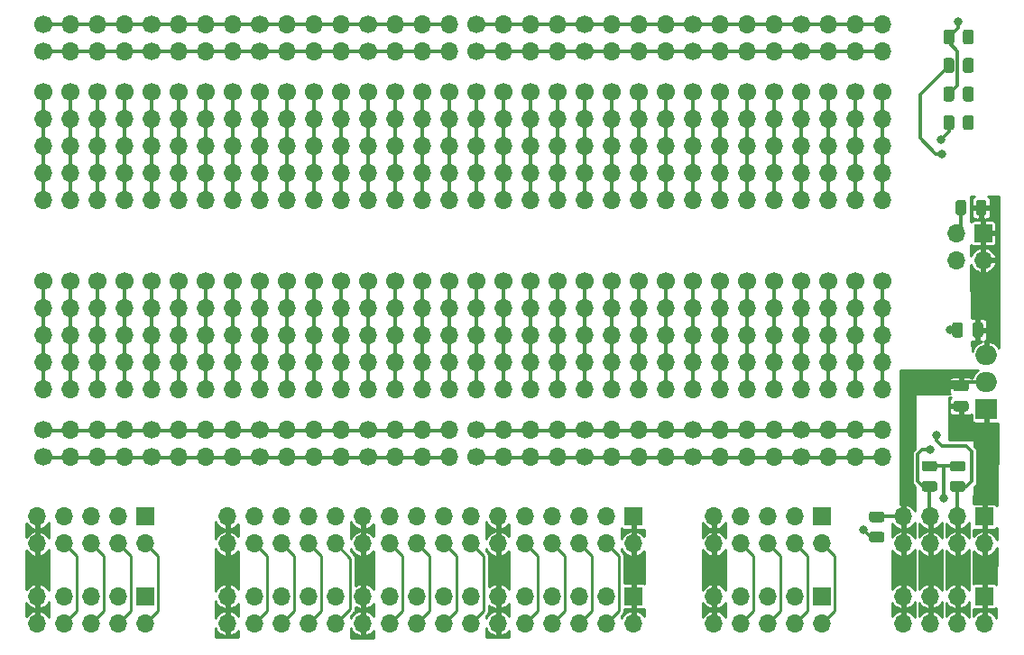
<source format=gbr>
%TF.GenerationSoftware,KiCad,Pcbnew,(5.1.10)-1*%
%TF.CreationDate,2021-09-08T13:29:56-05:00*%
%TF.ProjectId,gd protoboard pcb,67642070-726f-4746-9f62-6f6172642070,rev?*%
%TF.SameCoordinates,Original*%
%TF.FileFunction,Copper,L2,Bot*%
%TF.FilePolarity,Positive*%
%FSLAX46Y46*%
G04 Gerber Fmt 4.6, Leading zero omitted, Abs format (unit mm)*
G04 Created by KiCad (PCBNEW (5.1.10)-1) date 2021-09-08 13:29:56*
%MOMM*%
%LPD*%
G01*
G04 APERTURE LIST*
%TA.AperFunction,ComponentPad*%
%ADD10O,1.700000X1.700000*%
%TD*%
%TA.AperFunction,ComponentPad*%
%ADD11R,1.700000X1.700000*%
%TD*%
%TA.AperFunction,ComponentPad*%
%ADD12O,2.000000X1.905000*%
%TD*%
%TA.AperFunction,ComponentPad*%
%ADD13R,2.000000X1.905000*%
%TD*%
%TA.AperFunction,ComponentPad*%
%ADD14C,1.700000*%
%TD*%
%TA.AperFunction,ViaPad*%
%ADD15C,0.800000*%
%TD*%
%TA.AperFunction,Conductor*%
%ADD16C,0.304800*%
%TD*%
%TA.AperFunction,Conductor*%
%ADD17C,0.254000*%
%TD*%
%TA.AperFunction,Conductor*%
%ADD18C,0.100000*%
%TD*%
G04 APERTURE END LIST*
D10*
%TO.P,J8,32*%
%TO.N,GND*%
X127254000Y-121437400D03*
%TO.P,J8,31*%
X127254000Y-118897400D03*
%TO.P,J8,30*%
%TO.N,/MD6*%
X129794000Y-121437400D03*
%TO.P,J8,29*%
%TO.N,/MD7*%
X129794000Y-118897400D03*
%TO.P,J8,28*%
%TO.N,/MD4*%
X132334000Y-121437400D03*
%TO.P,J8,27*%
%TO.N,/MD5*%
X132334000Y-118897400D03*
%TO.P,J8,26*%
%TO.N,/MD2*%
X134874000Y-121437400D03*
%TO.P,J8,25*%
%TO.N,/MD3*%
X134874000Y-118897400D03*
%TO.P,J8,24*%
%TO.N,/MD0*%
X137414000Y-121437400D03*
%TO.P,J8,23*%
%TO.N,/MD1*%
X137414000Y-118897400D03*
%TO.P,J8,22*%
%TO.N,GND*%
X139954000Y-121437400D03*
%TO.P,J8,21*%
X139954000Y-118897400D03*
%TO.P,J8,20*%
%TO.N,/BA14*%
X142494000Y-121437400D03*
%TO.P,J8,19*%
%TO.N,/BA15*%
X142494000Y-118897400D03*
%TO.P,J8,18*%
%TO.N,/BA12*%
X145034000Y-121437400D03*
%TO.P,J8,17*%
%TO.N,/BA13*%
X145034000Y-118897400D03*
%TO.P,J8,16*%
%TO.N,/BA10*%
X147574000Y-121437400D03*
%TO.P,J8,15*%
%TO.N,/BA11*%
X147574000Y-118897400D03*
%TO.P,J8,14*%
%TO.N,/BA8*%
X150114000Y-121437400D03*
%TO.P,J8,13*%
%TO.N,/BA9*%
X150114000Y-118897400D03*
%TO.P,J8,12*%
%TO.N,GND*%
X152654000Y-121437400D03*
%TO.P,J8,11*%
X152654000Y-118897400D03*
%TO.P,J8,10*%
%TO.N,/BA6*%
X155194000Y-121437400D03*
%TO.P,J8,9*%
%TO.N,/BA7*%
X155194000Y-118897400D03*
%TO.P,J8,8*%
%TO.N,/BA4*%
X157734000Y-121437400D03*
%TO.P,J8,7*%
%TO.N,/BA5*%
X157734000Y-118897400D03*
%TO.P,J8,6*%
%TO.N,/BA2*%
X160274000Y-121437400D03*
%TO.P,J8,5*%
%TO.N,/BA3*%
X160274000Y-118897400D03*
%TO.P,J8,4*%
%TO.N,/BA0*%
X162814000Y-121437400D03*
%TO.P,J8,3*%
%TO.N,/BA1*%
X162814000Y-118897400D03*
%TO.P,J8,2*%
%TO.N,GND*%
X165354000Y-121437400D03*
D11*
%TO.P,J8,1*%
X165354000Y-118897400D03*
%TD*%
D12*
%TO.P,U1,3*%
%TO.N,-5V*%
X198475600Y-103708200D03*
%TO.P,U1,2*%
%TO.N,-12V*%
X198475600Y-106248200D03*
D13*
%TO.P,U1,1*%
%TO.N,GND*%
X198475600Y-108788200D03*
%TD*%
%TO.P,C6,2*%
%TO.N,GND*%
%TA.AperFunction,SMDPad,CuDef*%
G36*
G01*
X196273000Y-100871000D02*
X196273000Y-101821000D01*
G75*
G02*
X196023000Y-102071000I-250000J0D01*
G01*
X195523000Y-102071000D01*
G75*
G02*
X195273000Y-101821000I0J250000D01*
G01*
X195273000Y-100871000D01*
G75*
G02*
X195523000Y-100621000I250000J0D01*
G01*
X196023000Y-100621000D01*
G75*
G02*
X196273000Y-100871000I0J-250000D01*
G01*
G37*
%TD.AperFunction*%
%TO.P,C6,1*%
%TO.N,-5V*%
%TA.AperFunction,SMDPad,CuDef*%
G36*
G01*
X198173000Y-100871000D02*
X198173000Y-101821000D01*
G75*
G02*
X197923000Y-102071000I-250000J0D01*
G01*
X197423000Y-102071000D01*
G75*
G02*
X197173000Y-101821000I0J250000D01*
G01*
X197173000Y-100871000D01*
G75*
G02*
X197423000Y-100621000I250000J0D01*
G01*
X197923000Y-100621000D01*
G75*
G02*
X198173000Y-100871000I0J-250000D01*
G01*
G37*
%TD.AperFunction*%
%TD*%
%TO.P,C5,2*%
%TO.N,GND*%
%TA.AperFunction,SMDPad,CuDef*%
G36*
G01*
X195613000Y-108019000D02*
X196563000Y-108019000D01*
G75*
G02*
X196813000Y-108269000I0J-250000D01*
G01*
X196813000Y-108769000D01*
G75*
G02*
X196563000Y-109019000I-250000J0D01*
G01*
X195613000Y-109019000D01*
G75*
G02*
X195363000Y-108769000I0J250000D01*
G01*
X195363000Y-108269000D01*
G75*
G02*
X195613000Y-108019000I250000J0D01*
G01*
G37*
%TD.AperFunction*%
%TO.P,C5,1*%
%TO.N,-12V*%
%TA.AperFunction,SMDPad,CuDef*%
G36*
G01*
X195613000Y-106119000D02*
X196563000Y-106119000D01*
G75*
G02*
X196813000Y-106369000I0J-250000D01*
G01*
X196813000Y-106869000D01*
G75*
G02*
X196563000Y-107119000I-250000J0D01*
G01*
X195613000Y-107119000D01*
G75*
G02*
X195363000Y-106869000I0J250000D01*
G01*
X195363000Y-106369000D01*
G75*
G02*
X195613000Y-106119000I250000J0D01*
G01*
G37*
%TD.AperFunction*%
%TD*%
D10*
%TO.P,J13,5*%
%TO.N,N/C*%
X188722000Y-89154000D03*
%TO.P,J13,4*%
X188722000Y-86614000D03*
%TO.P,J13,3*%
X188722000Y-84074000D03*
%TO.P,J13,2*%
X188722000Y-81534000D03*
D14*
%TO.P,J13,1*%
X188722000Y-78994000D03*
%TD*%
%TO.P,J13,1*%
%TO.N,N/C*%
X173482000Y-78994000D03*
D10*
%TO.P,J13,2*%
X173482000Y-81534000D03*
%TO.P,J13,3*%
X173482000Y-84074000D03*
%TO.P,J13,4*%
X173482000Y-86614000D03*
%TO.P,J13,5*%
X173482000Y-89154000D03*
%TD*%
D14*
%TO.P,J8,1*%
%TO.N,N/C*%
X109982000Y-113284000D03*
D10*
%TO.P,J8,2*%
X112522000Y-113284000D03*
%TO.P,J8,3*%
X115062000Y-113284000D03*
%TO.P,J8,4*%
X117602000Y-113284000D03*
%TD*%
%TO.P,J8,4*%
%TO.N,N/C*%
X188722000Y-113284000D03*
%TO.P,J8,3*%
X186182000Y-113284000D03*
%TO.P,J8,2*%
X183642000Y-113284000D03*
D14*
%TO.P,J8,1*%
X181102000Y-113284000D03*
%TD*%
D10*
%TO.P,J8,4*%
%TO.N,N/C*%
X117602000Y-110744000D03*
%TO.P,J8,3*%
X115062000Y-110744000D03*
%TO.P,J8,2*%
X112522000Y-110744000D03*
D14*
%TO.P,J8,1*%
X109982000Y-110744000D03*
%TD*%
D10*
%TO.P,J8,4*%
%TO.N,N/C*%
X158242000Y-113284000D03*
%TO.P,J8,3*%
X155702000Y-113284000D03*
%TO.P,J8,2*%
X153162000Y-113284000D03*
D14*
%TO.P,J8,1*%
X150622000Y-113284000D03*
%TD*%
D10*
%TO.P,J8,4*%
%TO.N,N/C*%
X178562000Y-113284000D03*
%TO.P,J8,3*%
X176022000Y-113284000D03*
%TO.P,J8,2*%
X173482000Y-113284000D03*
D14*
%TO.P,J8,1*%
X170942000Y-113284000D03*
%TD*%
D10*
%TO.P,J8,4*%
%TO.N,N/C*%
X137922000Y-113284000D03*
%TO.P,J8,3*%
X135382000Y-113284000D03*
%TO.P,J8,2*%
X132842000Y-113284000D03*
D14*
%TO.P,J8,1*%
X130302000Y-113284000D03*
%TD*%
D10*
%TO.P,J8,4*%
%TO.N,N/C*%
X168402000Y-113284000D03*
%TO.P,J8,3*%
X165862000Y-113284000D03*
%TO.P,J8,2*%
X163322000Y-113284000D03*
D14*
%TO.P,J8,1*%
X160782000Y-113284000D03*
%TD*%
D10*
%TO.P,J8,4*%
%TO.N,N/C*%
X148082000Y-113284000D03*
%TO.P,J8,3*%
X145542000Y-113284000D03*
%TO.P,J8,2*%
X143002000Y-113284000D03*
D14*
%TO.P,J8,1*%
X140462000Y-113284000D03*
%TD*%
D10*
%TO.P,J8,4*%
%TO.N,N/C*%
X127762000Y-113284000D03*
%TO.P,J8,3*%
X125222000Y-113284000D03*
%TO.P,J8,2*%
X122682000Y-113284000D03*
D14*
%TO.P,J8,1*%
X120142000Y-113284000D03*
%TD*%
%TO.P,J8,1*%
%TO.N,N/C*%
X181102000Y-110744000D03*
D10*
%TO.P,J8,2*%
X183642000Y-110744000D03*
%TO.P,J8,3*%
X186182000Y-110744000D03*
%TO.P,J8,4*%
X188722000Y-110744000D03*
%TD*%
D14*
%TO.P,J8,1*%
%TO.N,N/C*%
X170942000Y-110744000D03*
D10*
%TO.P,J8,2*%
X173482000Y-110744000D03*
%TO.P,J8,3*%
X176022000Y-110744000D03*
%TO.P,J8,4*%
X178562000Y-110744000D03*
%TD*%
D14*
%TO.P,J8,1*%
%TO.N,N/C*%
X130302000Y-110744000D03*
D10*
%TO.P,J8,2*%
X132842000Y-110744000D03*
%TO.P,J8,3*%
X135382000Y-110744000D03*
%TO.P,J8,4*%
X137922000Y-110744000D03*
%TD*%
D14*
%TO.P,J8,1*%
%TO.N,N/C*%
X150622000Y-110744000D03*
D10*
%TO.P,J8,2*%
X153162000Y-110744000D03*
%TO.P,J8,3*%
X155702000Y-110744000D03*
%TO.P,J8,4*%
X158242000Y-110744000D03*
%TD*%
D14*
%TO.P,J8,1*%
%TO.N,N/C*%
X160782000Y-110744000D03*
D10*
%TO.P,J8,2*%
X163322000Y-110744000D03*
%TO.P,J8,3*%
X165862000Y-110744000D03*
%TO.P,J8,4*%
X168402000Y-110744000D03*
%TD*%
D14*
%TO.P,J8,1*%
%TO.N,N/C*%
X140462000Y-110744000D03*
D10*
%TO.P,J8,2*%
X143002000Y-110744000D03*
%TO.P,J8,3*%
X145542000Y-110744000D03*
%TO.P,J8,4*%
X148082000Y-110744000D03*
%TD*%
D14*
%TO.P,J8,1*%
%TO.N,N/C*%
X120142000Y-110744000D03*
D10*
%TO.P,J8,2*%
X122682000Y-110744000D03*
%TO.P,J8,3*%
X125222000Y-110744000D03*
%TO.P,J8,4*%
X127762000Y-110744000D03*
%TD*%
%TO.P,J8,4*%
%TO.N,N/C*%
X117602000Y-75184000D03*
%TO.P,J8,3*%
X115062000Y-75184000D03*
%TO.P,J8,2*%
X112522000Y-75184000D03*
D14*
%TO.P,J8,1*%
X109982000Y-75184000D03*
%TD*%
%TO.P,J8,1*%
%TO.N,N/C*%
X181102000Y-75184000D03*
D10*
%TO.P,J8,2*%
X183642000Y-75184000D03*
%TO.P,J8,3*%
X186182000Y-75184000D03*
%TO.P,J8,4*%
X188722000Y-75184000D03*
%TD*%
D14*
%TO.P,J8,1*%
%TO.N,N/C*%
X170942000Y-75184000D03*
D10*
%TO.P,J8,2*%
X173482000Y-75184000D03*
%TO.P,J8,3*%
X176022000Y-75184000D03*
%TO.P,J8,4*%
X178562000Y-75184000D03*
%TD*%
D14*
%TO.P,J8,1*%
%TO.N,N/C*%
X130302000Y-75184000D03*
D10*
%TO.P,J8,2*%
X132842000Y-75184000D03*
%TO.P,J8,3*%
X135382000Y-75184000D03*
%TO.P,J8,4*%
X137922000Y-75184000D03*
%TD*%
D14*
%TO.P,J8,1*%
%TO.N,N/C*%
X150622000Y-75184000D03*
D10*
%TO.P,J8,2*%
X153162000Y-75184000D03*
%TO.P,J8,3*%
X155702000Y-75184000D03*
%TO.P,J8,4*%
X158242000Y-75184000D03*
%TD*%
D14*
%TO.P,J8,1*%
%TO.N,N/C*%
X160782000Y-75184000D03*
D10*
%TO.P,J8,2*%
X163322000Y-75184000D03*
%TO.P,J8,3*%
X165862000Y-75184000D03*
%TO.P,J8,4*%
X168402000Y-75184000D03*
%TD*%
D14*
%TO.P,J8,1*%
%TO.N,N/C*%
X140462000Y-75184000D03*
D10*
%TO.P,J8,2*%
X143002000Y-75184000D03*
%TO.P,J8,3*%
X145542000Y-75184000D03*
%TO.P,J8,4*%
X148082000Y-75184000D03*
%TD*%
D14*
%TO.P,J8,1*%
%TO.N,N/C*%
X120142000Y-75184000D03*
D10*
%TO.P,J8,2*%
X122682000Y-75184000D03*
%TO.P,J8,3*%
X125222000Y-75184000D03*
%TO.P,J8,4*%
X127762000Y-75184000D03*
%TD*%
%TO.P,J13,5*%
%TO.N,N/C*%
X188722000Y-106934000D03*
%TO.P,J13,4*%
X188722000Y-104394000D03*
%TO.P,J13,3*%
X188722000Y-101854000D03*
%TO.P,J13,2*%
X188722000Y-99314000D03*
D14*
%TO.P,J13,1*%
X188722000Y-96774000D03*
%TD*%
D10*
%TO.P,J13,5*%
%TO.N,N/C*%
X186182000Y-106934000D03*
%TO.P,J13,4*%
X186182000Y-104394000D03*
%TO.P,J13,3*%
X186182000Y-101854000D03*
%TO.P,J13,2*%
X186182000Y-99314000D03*
D14*
%TO.P,J13,1*%
X186182000Y-96774000D03*
%TD*%
D10*
%TO.P,J13,5*%
%TO.N,N/C*%
X186182000Y-89154000D03*
%TO.P,J13,4*%
X186182000Y-86614000D03*
%TO.P,J13,3*%
X186182000Y-84074000D03*
%TO.P,J13,2*%
X186182000Y-81534000D03*
D14*
%TO.P,J13,1*%
X186182000Y-78994000D03*
%TD*%
D10*
%TO.P,J8,4*%
%TO.N,N/C*%
X188722000Y-72644000D03*
%TO.P,J8,3*%
X186182000Y-72644000D03*
%TO.P,J8,2*%
X183642000Y-72644000D03*
D14*
%TO.P,J8,1*%
X181102000Y-72644000D03*
%TD*%
D10*
%TO.P,J8,4*%
%TO.N,N/C*%
X178562000Y-72644000D03*
%TO.P,J8,3*%
X176022000Y-72644000D03*
%TO.P,J8,2*%
X173482000Y-72644000D03*
D14*
%TO.P,J8,1*%
X170942000Y-72644000D03*
%TD*%
D10*
%TO.P,J8,4*%
%TO.N,N/C*%
X168402000Y-72644000D03*
%TO.P,J8,3*%
X165862000Y-72644000D03*
%TO.P,J8,2*%
X163322000Y-72644000D03*
D14*
%TO.P,J8,1*%
X160782000Y-72644000D03*
%TD*%
D10*
%TO.P,J8,4*%
%TO.N,N/C*%
X158242000Y-72644000D03*
%TO.P,J8,3*%
X155702000Y-72644000D03*
%TO.P,J8,2*%
X153162000Y-72644000D03*
D14*
%TO.P,J8,1*%
X150622000Y-72644000D03*
%TD*%
D10*
%TO.P,J8,4*%
%TO.N,N/C*%
X148082000Y-72644000D03*
%TO.P,J8,3*%
X145542000Y-72644000D03*
%TO.P,J8,2*%
X143002000Y-72644000D03*
D14*
%TO.P,J8,1*%
X140462000Y-72644000D03*
%TD*%
D10*
%TO.P,J8,4*%
%TO.N,N/C*%
X137922000Y-72644000D03*
%TO.P,J8,3*%
X135382000Y-72644000D03*
%TO.P,J8,2*%
X132842000Y-72644000D03*
D14*
%TO.P,J8,1*%
X130302000Y-72644000D03*
%TD*%
D10*
%TO.P,J8,4*%
%TO.N,N/C*%
X127762000Y-72644000D03*
%TO.P,J8,3*%
X125222000Y-72644000D03*
%TO.P,J8,2*%
X122682000Y-72644000D03*
D14*
%TO.P,J8,1*%
X120142000Y-72644000D03*
%TD*%
%TO.P,J8,1*%
%TO.N,N/C*%
X109982000Y-72644000D03*
D10*
%TO.P,J8,2*%
X112522000Y-72644000D03*
%TO.P,J8,3*%
X115062000Y-72644000D03*
%TO.P,J8,4*%
X117602000Y-72644000D03*
%TD*%
%TO.P,J13,5*%
%TO.N,N/C*%
X135382000Y-106934000D03*
%TO.P,J13,4*%
X135382000Y-104394000D03*
%TO.P,J13,3*%
X135382000Y-101854000D03*
%TO.P,J13,2*%
X135382000Y-99314000D03*
D14*
%TO.P,J13,1*%
X135382000Y-96774000D03*
%TD*%
D10*
%TO.P,J13,5*%
%TO.N,N/C*%
X178562000Y-106934000D03*
%TO.P,J13,4*%
X178562000Y-104394000D03*
%TO.P,J13,3*%
X178562000Y-101854000D03*
%TO.P,J13,2*%
X178562000Y-99314000D03*
D14*
%TO.P,J13,1*%
X178562000Y-96774000D03*
%TD*%
D10*
%TO.P,J13,5*%
%TO.N,N/C*%
X173482000Y-106934000D03*
%TO.P,J13,4*%
X173482000Y-104394000D03*
%TO.P,J13,3*%
X173482000Y-101854000D03*
%TO.P,J13,2*%
X173482000Y-99314000D03*
D14*
%TO.P,J13,1*%
X173482000Y-96774000D03*
%TD*%
D10*
%TO.P,J13,5*%
%TO.N,N/C*%
X163322000Y-106934000D03*
%TO.P,J13,4*%
X163322000Y-104394000D03*
%TO.P,J13,3*%
X163322000Y-101854000D03*
%TO.P,J13,2*%
X163322000Y-99314000D03*
D14*
%TO.P,J13,1*%
X163322000Y-96774000D03*
%TD*%
D10*
%TO.P,J13,5*%
%TO.N,N/C*%
X176022000Y-106934000D03*
%TO.P,J13,4*%
X176022000Y-104394000D03*
%TO.P,J13,3*%
X176022000Y-101854000D03*
%TO.P,J13,2*%
X176022000Y-99314000D03*
D14*
%TO.P,J13,1*%
X176022000Y-96774000D03*
%TD*%
D10*
%TO.P,J13,5*%
%TO.N,N/C*%
X168402000Y-106934000D03*
%TO.P,J13,4*%
X168402000Y-104394000D03*
%TO.P,J13,3*%
X168402000Y-101854000D03*
%TO.P,J13,2*%
X168402000Y-99314000D03*
D14*
%TO.P,J13,1*%
X168402000Y-96774000D03*
%TD*%
D10*
%TO.P,J13,5*%
%TO.N,N/C*%
X170942000Y-106934000D03*
%TO.P,J13,4*%
X170942000Y-104394000D03*
%TO.P,J13,3*%
X170942000Y-101854000D03*
%TO.P,J13,2*%
X170942000Y-99314000D03*
D14*
%TO.P,J13,1*%
X170942000Y-96774000D03*
%TD*%
D10*
%TO.P,J13,5*%
%TO.N,N/C*%
X183642000Y-106934000D03*
%TO.P,J13,4*%
X183642000Y-104394000D03*
%TO.P,J13,3*%
X183642000Y-101854000D03*
%TO.P,J13,2*%
X183642000Y-99314000D03*
D14*
%TO.P,J13,1*%
X183642000Y-96774000D03*
%TD*%
D10*
%TO.P,J13,5*%
%TO.N,N/C*%
X181102000Y-106934000D03*
%TO.P,J13,4*%
X181102000Y-104394000D03*
%TO.P,J13,3*%
X181102000Y-101854000D03*
%TO.P,J13,2*%
X181102000Y-99314000D03*
D14*
%TO.P,J13,1*%
X181102000Y-96774000D03*
%TD*%
D10*
%TO.P,J13,5*%
%TO.N,N/C*%
X165862000Y-106934000D03*
%TO.P,J13,4*%
X165862000Y-104394000D03*
%TO.P,J13,3*%
X165862000Y-101854000D03*
%TO.P,J13,2*%
X165862000Y-99314000D03*
D14*
%TO.P,J13,1*%
X165862000Y-96774000D03*
%TD*%
D10*
%TO.P,J13,5*%
%TO.N,N/C*%
X158242000Y-106934000D03*
%TO.P,J13,4*%
X158242000Y-104394000D03*
%TO.P,J13,3*%
X158242000Y-101854000D03*
%TO.P,J13,2*%
X158242000Y-99314000D03*
D14*
%TO.P,J13,1*%
X158242000Y-96774000D03*
%TD*%
D10*
%TO.P,J13,5*%
%TO.N,N/C*%
X153162000Y-106934000D03*
%TO.P,J13,4*%
X153162000Y-104394000D03*
%TO.P,J13,3*%
X153162000Y-101854000D03*
%TO.P,J13,2*%
X153162000Y-99314000D03*
D14*
%TO.P,J13,1*%
X153162000Y-96774000D03*
%TD*%
D10*
%TO.P,J13,5*%
%TO.N,N/C*%
X127762000Y-106934000D03*
%TO.P,J13,4*%
X127762000Y-104394000D03*
%TO.P,J13,3*%
X127762000Y-101854000D03*
%TO.P,J13,2*%
X127762000Y-99314000D03*
D14*
%TO.P,J13,1*%
X127762000Y-96774000D03*
%TD*%
D10*
%TO.P,J13,5*%
%TO.N,N/C*%
X148082000Y-106934000D03*
%TO.P,J13,4*%
X148082000Y-104394000D03*
%TO.P,J13,3*%
X148082000Y-101854000D03*
%TO.P,J13,2*%
X148082000Y-99314000D03*
D14*
%TO.P,J13,1*%
X148082000Y-96774000D03*
%TD*%
D10*
%TO.P,J13,5*%
%TO.N,N/C*%
X143002000Y-106934000D03*
%TO.P,J13,4*%
X143002000Y-104394000D03*
%TO.P,J13,3*%
X143002000Y-101854000D03*
%TO.P,J13,2*%
X143002000Y-99314000D03*
D14*
%TO.P,J13,1*%
X143002000Y-96774000D03*
%TD*%
D10*
%TO.P,J13,5*%
%TO.N,N/C*%
X140462000Y-106934000D03*
%TO.P,J13,4*%
X140462000Y-104394000D03*
%TO.P,J13,3*%
X140462000Y-101854000D03*
%TO.P,J13,2*%
X140462000Y-99314000D03*
D14*
%TO.P,J13,1*%
X140462000Y-96774000D03*
%TD*%
D10*
%TO.P,J13,5*%
%TO.N,N/C*%
X132842000Y-106934000D03*
%TO.P,J13,4*%
X132842000Y-104394000D03*
%TO.P,J13,3*%
X132842000Y-101854000D03*
%TO.P,J13,2*%
X132842000Y-99314000D03*
D14*
%TO.P,J13,1*%
X132842000Y-96774000D03*
%TD*%
D10*
%TO.P,J13,5*%
%TO.N,N/C*%
X117602000Y-106934000D03*
%TO.P,J13,4*%
X117602000Y-104394000D03*
%TO.P,J13,3*%
X117602000Y-101854000D03*
%TO.P,J13,2*%
X117602000Y-99314000D03*
D14*
%TO.P,J13,1*%
X117602000Y-96774000D03*
%TD*%
D10*
%TO.P,J13,5*%
%TO.N,N/C*%
X115062000Y-106934000D03*
%TO.P,J13,4*%
X115062000Y-104394000D03*
%TO.P,J13,3*%
X115062000Y-101854000D03*
%TO.P,J13,2*%
X115062000Y-99314000D03*
D14*
%TO.P,J13,1*%
X115062000Y-96774000D03*
%TD*%
D10*
%TO.P,J13,5*%
%TO.N,N/C*%
X150622000Y-106934000D03*
%TO.P,J13,4*%
X150622000Y-104394000D03*
%TO.P,J13,3*%
X150622000Y-101854000D03*
%TO.P,J13,2*%
X150622000Y-99314000D03*
D14*
%TO.P,J13,1*%
X150622000Y-96774000D03*
%TD*%
D10*
%TO.P,J13,5*%
%TO.N,N/C*%
X155702000Y-106934000D03*
%TO.P,J13,4*%
X155702000Y-104394000D03*
%TO.P,J13,3*%
X155702000Y-101854000D03*
%TO.P,J13,2*%
X155702000Y-99314000D03*
D14*
%TO.P,J13,1*%
X155702000Y-96774000D03*
%TD*%
D10*
%TO.P,J13,5*%
%TO.N,N/C*%
X130302000Y-106934000D03*
%TO.P,J13,4*%
X130302000Y-104394000D03*
%TO.P,J13,3*%
X130302000Y-101854000D03*
%TO.P,J13,2*%
X130302000Y-99314000D03*
D14*
%TO.P,J13,1*%
X130302000Y-96774000D03*
%TD*%
D10*
%TO.P,J13,5*%
%TO.N,N/C*%
X145542000Y-106934000D03*
%TO.P,J13,4*%
X145542000Y-104394000D03*
%TO.P,J13,3*%
X145542000Y-101854000D03*
%TO.P,J13,2*%
X145542000Y-99314000D03*
D14*
%TO.P,J13,1*%
X145542000Y-96774000D03*
%TD*%
D10*
%TO.P,J13,5*%
%TO.N,N/C*%
X122682000Y-106934000D03*
%TO.P,J13,4*%
X122682000Y-104394000D03*
%TO.P,J13,3*%
X122682000Y-101854000D03*
%TO.P,J13,2*%
X122682000Y-99314000D03*
D14*
%TO.P,J13,1*%
X122682000Y-96774000D03*
%TD*%
D10*
%TO.P,J13,5*%
%TO.N,N/C*%
X160782000Y-106934000D03*
%TO.P,J13,4*%
X160782000Y-104394000D03*
%TO.P,J13,3*%
X160782000Y-101854000D03*
%TO.P,J13,2*%
X160782000Y-99314000D03*
D14*
%TO.P,J13,1*%
X160782000Y-96774000D03*
%TD*%
D10*
%TO.P,J13,5*%
%TO.N,N/C*%
X125222000Y-106934000D03*
%TO.P,J13,4*%
X125222000Y-104394000D03*
%TO.P,J13,3*%
X125222000Y-101854000D03*
%TO.P,J13,2*%
X125222000Y-99314000D03*
D14*
%TO.P,J13,1*%
X125222000Y-96774000D03*
%TD*%
D10*
%TO.P,J13,5*%
%TO.N,N/C*%
X120142000Y-106934000D03*
%TO.P,J13,4*%
X120142000Y-104394000D03*
%TO.P,J13,3*%
X120142000Y-101854000D03*
%TO.P,J13,2*%
X120142000Y-99314000D03*
D14*
%TO.P,J13,1*%
X120142000Y-96774000D03*
%TD*%
%TO.P,J13,1*%
%TO.N,N/C*%
X109982000Y-96774000D03*
D10*
%TO.P,J13,2*%
X109982000Y-99314000D03*
%TO.P,J13,3*%
X109982000Y-101854000D03*
%TO.P,J13,4*%
X109982000Y-104394000D03*
%TO.P,J13,5*%
X109982000Y-106934000D03*
%TD*%
%TO.P,J13,5*%
%TO.N,N/C*%
X137922000Y-106934000D03*
%TO.P,J13,4*%
X137922000Y-104394000D03*
%TO.P,J13,3*%
X137922000Y-101854000D03*
%TO.P,J13,2*%
X137922000Y-99314000D03*
D14*
%TO.P,J13,1*%
X137922000Y-96774000D03*
%TD*%
D10*
%TO.P,J13,5*%
%TO.N,N/C*%
X112522000Y-106934000D03*
%TO.P,J13,4*%
X112522000Y-104394000D03*
%TO.P,J13,3*%
X112522000Y-101854000D03*
%TO.P,J13,2*%
X112522000Y-99314000D03*
D14*
%TO.P,J13,1*%
X112522000Y-96774000D03*
%TD*%
%TO.P,J13,1*%
%TO.N,N/C*%
X183642000Y-78994000D03*
D10*
%TO.P,J13,2*%
X183642000Y-81534000D03*
%TO.P,J13,3*%
X183642000Y-84074000D03*
%TO.P,J13,4*%
X183642000Y-86614000D03*
%TO.P,J13,5*%
X183642000Y-89154000D03*
%TD*%
D14*
%TO.P,J13,1*%
%TO.N,N/C*%
X181102000Y-78994000D03*
D10*
%TO.P,J13,2*%
X181102000Y-81534000D03*
%TO.P,J13,3*%
X181102000Y-84074000D03*
%TO.P,J13,4*%
X181102000Y-86614000D03*
%TO.P,J13,5*%
X181102000Y-89154000D03*
%TD*%
D14*
%TO.P,J13,1*%
%TO.N,N/C*%
X178562000Y-78994000D03*
D10*
%TO.P,J13,2*%
X178562000Y-81534000D03*
%TO.P,J13,3*%
X178562000Y-84074000D03*
%TO.P,J13,4*%
X178562000Y-86614000D03*
%TO.P,J13,5*%
X178562000Y-89154000D03*
%TD*%
D14*
%TO.P,J13,1*%
%TO.N,N/C*%
X176022000Y-78994000D03*
D10*
%TO.P,J13,2*%
X176022000Y-81534000D03*
%TO.P,J13,3*%
X176022000Y-84074000D03*
%TO.P,J13,4*%
X176022000Y-86614000D03*
%TO.P,J13,5*%
X176022000Y-89154000D03*
%TD*%
D14*
%TO.P,J13,1*%
%TO.N,N/C*%
X170942000Y-78994000D03*
D10*
%TO.P,J13,2*%
X170942000Y-81534000D03*
%TO.P,J13,3*%
X170942000Y-84074000D03*
%TO.P,J13,4*%
X170942000Y-86614000D03*
%TO.P,J13,5*%
X170942000Y-89154000D03*
%TD*%
D14*
%TO.P,J13,1*%
%TO.N,N/C*%
X168402000Y-78994000D03*
D10*
%TO.P,J13,2*%
X168402000Y-81534000D03*
%TO.P,J13,3*%
X168402000Y-84074000D03*
%TO.P,J13,4*%
X168402000Y-86614000D03*
%TO.P,J13,5*%
X168402000Y-89154000D03*
%TD*%
D14*
%TO.P,J13,1*%
%TO.N,N/C*%
X165862000Y-78994000D03*
D10*
%TO.P,J13,2*%
X165862000Y-81534000D03*
%TO.P,J13,3*%
X165862000Y-84074000D03*
%TO.P,J13,4*%
X165862000Y-86614000D03*
%TO.P,J13,5*%
X165862000Y-89154000D03*
%TD*%
D14*
%TO.P,J13,1*%
%TO.N,N/C*%
X163322000Y-78994000D03*
D10*
%TO.P,J13,2*%
X163322000Y-81534000D03*
%TO.P,J13,3*%
X163322000Y-84074000D03*
%TO.P,J13,4*%
X163322000Y-86614000D03*
%TO.P,J13,5*%
X163322000Y-89154000D03*
%TD*%
D14*
%TO.P,J13,1*%
%TO.N,N/C*%
X158242000Y-78994000D03*
D10*
%TO.P,J13,2*%
X158242000Y-81534000D03*
%TO.P,J13,3*%
X158242000Y-84074000D03*
%TO.P,J13,4*%
X158242000Y-86614000D03*
%TO.P,J13,5*%
X158242000Y-89154000D03*
%TD*%
D14*
%TO.P,J13,1*%
%TO.N,N/C*%
X155702000Y-78994000D03*
D10*
%TO.P,J13,2*%
X155702000Y-81534000D03*
%TO.P,J13,3*%
X155702000Y-84074000D03*
%TO.P,J13,4*%
X155702000Y-86614000D03*
%TO.P,J13,5*%
X155702000Y-89154000D03*
%TD*%
D14*
%TO.P,J13,1*%
%TO.N,N/C*%
X153162000Y-78994000D03*
D10*
%TO.P,J13,2*%
X153162000Y-81534000D03*
%TO.P,J13,3*%
X153162000Y-84074000D03*
%TO.P,J13,4*%
X153162000Y-86614000D03*
%TO.P,J13,5*%
X153162000Y-89154000D03*
%TD*%
D14*
%TO.P,J13,1*%
%TO.N,N/C*%
X150622000Y-78994000D03*
D10*
%TO.P,J13,2*%
X150622000Y-81534000D03*
%TO.P,J13,3*%
X150622000Y-84074000D03*
%TO.P,J13,4*%
X150622000Y-86614000D03*
%TO.P,J13,5*%
X150622000Y-89154000D03*
%TD*%
D14*
%TO.P,J13,1*%
%TO.N,N/C*%
X148082000Y-78994000D03*
D10*
%TO.P,J13,2*%
X148082000Y-81534000D03*
%TO.P,J13,3*%
X148082000Y-84074000D03*
%TO.P,J13,4*%
X148082000Y-86614000D03*
%TO.P,J13,5*%
X148082000Y-89154000D03*
%TD*%
D14*
%TO.P,J13,1*%
%TO.N,N/C*%
X145542000Y-78994000D03*
D10*
%TO.P,J13,2*%
X145542000Y-81534000D03*
%TO.P,J13,3*%
X145542000Y-84074000D03*
%TO.P,J13,4*%
X145542000Y-86614000D03*
%TO.P,J13,5*%
X145542000Y-89154000D03*
%TD*%
D14*
%TO.P,J13,1*%
%TO.N,N/C*%
X143002000Y-78994000D03*
D10*
%TO.P,J13,2*%
X143002000Y-81534000D03*
%TO.P,J13,3*%
X143002000Y-84074000D03*
%TO.P,J13,4*%
X143002000Y-86614000D03*
%TO.P,J13,5*%
X143002000Y-89154000D03*
%TD*%
D14*
%TO.P,J13,1*%
%TO.N,N/C*%
X140462000Y-78994000D03*
D10*
%TO.P,J13,2*%
X140462000Y-81534000D03*
%TO.P,J13,3*%
X140462000Y-84074000D03*
%TO.P,J13,4*%
X140462000Y-86614000D03*
%TO.P,J13,5*%
X140462000Y-89154000D03*
%TD*%
D14*
%TO.P,J13,1*%
%TO.N,N/C*%
X137922000Y-78994000D03*
D10*
%TO.P,J13,2*%
X137922000Y-81534000D03*
%TO.P,J13,3*%
X137922000Y-84074000D03*
%TO.P,J13,4*%
X137922000Y-86614000D03*
%TO.P,J13,5*%
X137922000Y-89154000D03*
%TD*%
D14*
%TO.P,J13,1*%
%TO.N,N/C*%
X160782000Y-78994000D03*
D10*
%TO.P,J13,2*%
X160782000Y-81534000D03*
%TO.P,J13,3*%
X160782000Y-84074000D03*
%TO.P,J13,4*%
X160782000Y-86614000D03*
%TO.P,J13,5*%
X160782000Y-89154000D03*
%TD*%
D14*
%TO.P,J13,1*%
%TO.N,N/C*%
X132842000Y-78994000D03*
D10*
%TO.P,J13,2*%
X132842000Y-81534000D03*
%TO.P,J13,3*%
X132842000Y-84074000D03*
%TO.P,J13,4*%
X132842000Y-86614000D03*
%TO.P,J13,5*%
X132842000Y-89154000D03*
%TD*%
D14*
%TO.P,J13,1*%
%TO.N,N/C*%
X130302000Y-78994000D03*
D10*
%TO.P,J13,2*%
X130302000Y-81534000D03*
%TO.P,J13,3*%
X130302000Y-84074000D03*
%TO.P,J13,4*%
X130302000Y-86614000D03*
%TO.P,J13,5*%
X130302000Y-89154000D03*
%TD*%
D14*
%TO.P,J13,1*%
%TO.N,N/C*%
X127762000Y-78994000D03*
D10*
%TO.P,J13,2*%
X127762000Y-81534000D03*
%TO.P,J13,3*%
X127762000Y-84074000D03*
%TO.P,J13,4*%
X127762000Y-86614000D03*
%TO.P,J13,5*%
X127762000Y-89154000D03*
%TD*%
D14*
%TO.P,J13,1*%
%TO.N,N/C*%
X125222000Y-78994000D03*
D10*
%TO.P,J13,2*%
X125222000Y-81534000D03*
%TO.P,J13,3*%
X125222000Y-84074000D03*
%TO.P,J13,4*%
X125222000Y-86614000D03*
%TO.P,J13,5*%
X125222000Y-89154000D03*
%TD*%
D14*
%TO.P,J13,1*%
%TO.N,N/C*%
X122682000Y-78994000D03*
D10*
%TO.P,J13,2*%
X122682000Y-81534000D03*
%TO.P,J13,3*%
X122682000Y-84074000D03*
%TO.P,J13,4*%
X122682000Y-86614000D03*
%TO.P,J13,5*%
X122682000Y-89154000D03*
%TD*%
D14*
%TO.P,J13,1*%
%TO.N,N/C*%
X120142000Y-78994000D03*
D10*
%TO.P,J13,2*%
X120142000Y-81534000D03*
%TO.P,J13,3*%
X120142000Y-84074000D03*
%TO.P,J13,4*%
X120142000Y-86614000D03*
%TO.P,J13,5*%
X120142000Y-89154000D03*
%TD*%
D14*
%TO.P,J13,1*%
%TO.N,N/C*%
X117602000Y-78994000D03*
D10*
%TO.P,J13,2*%
X117602000Y-81534000D03*
%TO.P,J13,3*%
X117602000Y-84074000D03*
%TO.P,J13,4*%
X117602000Y-86614000D03*
%TO.P,J13,5*%
X117602000Y-89154000D03*
%TD*%
D14*
%TO.P,J13,1*%
%TO.N,N/C*%
X115062000Y-78994000D03*
D10*
%TO.P,J13,2*%
X115062000Y-81534000D03*
%TO.P,J13,3*%
X115062000Y-84074000D03*
%TO.P,J13,4*%
X115062000Y-86614000D03*
%TO.P,J13,5*%
X115062000Y-89154000D03*
%TD*%
D14*
%TO.P,J13,1*%
%TO.N,N/C*%
X112522000Y-78994000D03*
D10*
%TO.P,J13,2*%
X112522000Y-81534000D03*
%TO.P,J13,3*%
X112522000Y-84074000D03*
%TO.P,J13,4*%
X112522000Y-86614000D03*
%TO.P,J13,5*%
X112522000Y-89154000D03*
%TD*%
%TO.P,J13,5*%
%TO.N,N/C*%
X109982000Y-89154000D03*
%TO.P,J13,4*%
X109982000Y-86614000D03*
%TO.P,J13,3*%
X109982000Y-84074000D03*
%TO.P,J13,2*%
X109982000Y-81534000D03*
D14*
%TO.P,J13,1*%
X109982000Y-78994000D03*
%TD*%
%TO.P,J13,1*%
%TO.N,N/C*%
X135382000Y-78994000D03*
D10*
%TO.P,J13,2*%
X135382000Y-81534000D03*
%TO.P,J13,3*%
X135382000Y-84074000D03*
%TO.P,J13,4*%
X135382000Y-86614000D03*
%TO.P,J13,5*%
X135382000Y-89154000D03*
%TD*%
%TO.P,J9,10*%
%TO.N,GND*%
X172913500Y-121437400D03*
%TO.P,J9,9*%
X172913500Y-118897400D03*
%TO.P,J9,8*%
%TO.N,/PH0*%
X175453500Y-121437400D03*
%TO.P,J9,7*%
%TO.N,/~INH*%
X175453500Y-118897400D03*
%TO.P,J9,6*%
%TO.N,/Q3*%
X177993500Y-121437400D03*
%TO.P,J9,5*%
%TO.N,/RW*%
X177993500Y-118897400D03*
%TO.P,J9,4*%
%TO.N,/CREF*%
X180533500Y-121437400D03*
%TO.P,J9,3*%
%TO.N,/~RESET*%
X180533500Y-118897400D03*
%TO.P,J9,2*%
%TO.N,/7M*%
X183073500Y-121437400D03*
D11*
%TO.P,J9,1*%
%TO.N,/~IRQ*%
X183073500Y-118897400D03*
%TD*%
D10*
%TO.P,J7,10*%
%TO.N,GND*%
X109394500Y-121437400D03*
%TO.P,J7,9*%
X109394500Y-118897400D03*
%TO.P,J7,8*%
%TO.N,/KSEL2*%
X111934500Y-121437400D03*
%TO.P,J7,7*%
%TO.N,/PDLTRIG*%
X111934500Y-118897400D03*
%TO.P,J7,6*%
%TO.N,/KSEL1*%
X114474500Y-121437400D03*
%TO.P,J7,5*%
%TO.N,/~DMA*%
X114474500Y-118897400D03*
%TO.P,J7,4*%
%TO.N,/KSEL0*%
X117014500Y-121437400D03*
%TO.P,J7,3*%
%TO.N,/~NMI*%
X117014500Y-118897400D03*
%TO.P,J7,2*%
%TO.N,/C060-67*%
X119554500Y-121437400D03*
D11*
%TO.P,J7,1*%
%TO.N,/~RDY*%
X119554500Y-118897400D03*
%TD*%
D10*
%TO.P,J6,8*%
%TO.N,-12V*%
X190666500Y-121437400D03*
%TO.P,J6,7*%
X190666500Y-118897400D03*
%TO.P,J6,6*%
%TO.N,+12V*%
X193206500Y-121437400D03*
%TO.P,J6,5*%
X193206500Y-118897400D03*
%TO.P,J6,4*%
%TO.N,+5V*%
X195746500Y-121437400D03*
%TO.P,J6,3*%
X195746500Y-118897400D03*
%TO.P,J6,2*%
%TO.N,GND*%
X198286500Y-121437400D03*
D11*
%TO.P,J6,1*%
X198286500Y-118897400D03*
%TD*%
D10*
%TO.P,J5,4*%
%TO.N,GND*%
X195645600Y-94792800D03*
%TO.P,J5,3*%
X195645600Y-92252800D03*
%TO.P,J5,2*%
%TO.N,-5V*%
X198185600Y-94792800D03*
D11*
%TO.P,J5,1*%
X198185600Y-92252800D03*
%TD*%
%TO.P,R4,2*%
%TO.N,Net-(D4-Pad2)*%
%TA.AperFunction,SMDPad,CuDef*%
G36*
G01*
X196272100Y-74262401D02*
X196272100Y-73362399D01*
G75*
G02*
X196522099Y-73112400I249999J0D01*
G01*
X197047101Y-73112400D01*
G75*
G02*
X197297100Y-73362399I0J-249999D01*
G01*
X197297100Y-74262401D01*
G75*
G02*
X197047101Y-74512400I-249999J0D01*
G01*
X196522099Y-74512400D01*
G75*
G02*
X196272100Y-74262401I0J249999D01*
G01*
G37*
%TD.AperFunction*%
%TO.P,R4,1*%
%TO.N,GND*%
%TA.AperFunction,SMDPad,CuDef*%
G36*
G01*
X194447100Y-74262401D02*
X194447100Y-73362399D01*
G75*
G02*
X194697099Y-73112400I249999J0D01*
G01*
X195222101Y-73112400D01*
G75*
G02*
X195472100Y-73362399I0J-249999D01*
G01*
X195472100Y-74262401D01*
G75*
G02*
X195222101Y-74512400I-249999J0D01*
G01*
X194697099Y-74512400D01*
G75*
G02*
X194447100Y-74262401I0J249999D01*
G01*
G37*
%TD.AperFunction*%
%TD*%
%TO.P,C4,2*%
%TO.N,GND*%
%TA.AperFunction,SMDPad,CuDef*%
G36*
G01*
X193616600Y-114650100D02*
X192666600Y-114650100D01*
G75*
G02*
X192416600Y-114400100I0J250000D01*
G01*
X192416600Y-113900100D01*
G75*
G02*
X192666600Y-113650100I250000J0D01*
G01*
X193616600Y-113650100D01*
G75*
G02*
X193866600Y-113900100I0J-250000D01*
G01*
X193866600Y-114400100D01*
G75*
G02*
X193616600Y-114650100I-250000J0D01*
G01*
G37*
%TD.AperFunction*%
%TO.P,C4,1*%
%TO.N,+12V*%
%TA.AperFunction,SMDPad,CuDef*%
G36*
G01*
X193616600Y-116550100D02*
X192666600Y-116550100D01*
G75*
G02*
X192416600Y-116300100I0J250000D01*
G01*
X192416600Y-115800100D01*
G75*
G02*
X192666600Y-115550100I250000J0D01*
G01*
X193616600Y-115550100D01*
G75*
G02*
X193866600Y-115800100I0J-250000D01*
G01*
X193866600Y-116300100D01*
G75*
G02*
X193616600Y-116550100I-250000J0D01*
G01*
G37*
%TD.AperFunction*%
%TD*%
D10*
%TO.P,J1,8*%
%TO.N,-12V*%
X190666500Y-128905000D03*
%TO.P,J1,7*%
X190666500Y-126365000D03*
%TO.P,J1,6*%
%TO.N,+12V*%
X193206500Y-128905000D03*
%TO.P,J1,5*%
X193206500Y-126365000D03*
%TO.P,J1,4*%
%TO.N,+5V*%
X195746500Y-128905000D03*
%TO.P,J1,3*%
X195746500Y-126365000D03*
%TO.P,J1,2*%
%TO.N,GND*%
X198286500Y-128905000D03*
D11*
%TO.P,J1,1*%
X198286500Y-126365000D03*
%TD*%
D10*
%TO.P,J4,10*%
%TO.N,GND*%
X172913500Y-128905000D03*
%TO.P,J4,9*%
X172913500Y-126365000D03*
%TO.P,J4,8*%
%TO.N,/PH0*%
X175453500Y-128905000D03*
%TO.P,J4,7*%
%TO.N,/~INH*%
X175453500Y-126365000D03*
%TO.P,J4,6*%
%TO.N,/Q3*%
X177993500Y-128905000D03*
%TO.P,J4,5*%
%TO.N,/RW*%
X177993500Y-126365000D03*
%TO.P,J4,4*%
%TO.N,/CREF*%
X180533500Y-128905000D03*
%TO.P,J4,3*%
%TO.N,/~RESET*%
X180533500Y-126365000D03*
%TO.P,J4,2*%
%TO.N,/7M*%
X183073500Y-128905000D03*
D11*
%TO.P,J4,1*%
%TO.N,/~IRQ*%
X183073500Y-126365000D03*
%TD*%
D10*
%TO.P,J2,10*%
%TO.N,GND*%
X109394500Y-128905000D03*
%TO.P,J2,9*%
X109394500Y-126365000D03*
%TO.P,J2,8*%
%TO.N,/KSEL2*%
X111934500Y-128905000D03*
%TO.P,J2,7*%
%TO.N,/PDLTRIG*%
X111934500Y-126365000D03*
%TO.P,J2,6*%
%TO.N,/KSEL1*%
X114474500Y-128905000D03*
%TO.P,J2,5*%
%TO.N,/~DMA*%
X114474500Y-126365000D03*
%TO.P,J2,4*%
%TO.N,/KSEL0*%
X117014500Y-128905000D03*
%TO.P,J2,3*%
%TO.N,/~NMI*%
X117014500Y-126365000D03*
%TO.P,J2,2*%
%TO.N,/C060-67*%
X119554500Y-128905000D03*
D11*
%TO.P,J2,1*%
%TO.N,/~RDY*%
X119554500Y-126365000D03*
%TD*%
D10*
%TO.P,J3,32*%
%TO.N,GND*%
X127254000Y-128905000D03*
%TO.P,J3,31*%
X127254000Y-126365000D03*
%TO.P,J3,30*%
%TO.N,/MD6*%
X129794000Y-128905000D03*
%TO.P,J3,29*%
%TO.N,/MD7*%
X129794000Y-126365000D03*
%TO.P,J3,28*%
%TO.N,/MD4*%
X132334000Y-128905000D03*
%TO.P,J3,27*%
%TO.N,/MD5*%
X132334000Y-126365000D03*
%TO.P,J3,26*%
%TO.N,/MD2*%
X134874000Y-128905000D03*
%TO.P,J3,25*%
%TO.N,/MD3*%
X134874000Y-126365000D03*
%TO.P,J3,24*%
%TO.N,/MD0*%
X137414000Y-128905000D03*
%TO.P,J3,23*%
%TO.N,/MD1*%
X137414000Y-126365000D03*
%TO.P,J3,22*%
%TO.N,GND*%
X139954000Y-128905000D03*
%TO.P,J3,21*%
X139954000Y-126365000D03*
%TO.P,J3,20*%
%TO.N,/BA14*%
X142494000Y-128905000D03*
%TO.P,J3,19*%
%TO.N,/BA15*%
X142494000Y-126365000D03*
%TO.P,J3,18*%
%TO.N,/BA12*%
X145034000Y-128905000D03*
%TO.P,J3,17*%
%TO.N,/BA13*%
X145034000Y-126365000D03*
%TO.P,J3,16*%
%TO.N,/BA10*%
X147574000Y-128905000D03*
%TO.P,J3,15*%
%TO.N,/BA11*%
X147574000Y-126365000D03*
%TO.P,J3,14*%
%TO.N,/BA8*%
X150114000Y-128905000D03*
%TO.P,J3,13*%
%TO.N,/BA9*%
X150114000Y-126365000D03*
%TO.P,J3,12*%
%TO.N,GND*%
X152654000Y-128905000D03*
%TO.P,J3,11*%
X152654000Y-126365000D03*
%TO.P,J3,10*%
%TO.N,/BA6*%
X155194000Y-128905000D03*
%TO.P,J3,9*%
%TO.N,/BA7*%
X155194000Y-126365000D03*
%TO.P,J3,8*%
%TO.N,/BA4*%
X157734000Y-128905000D03*
%TO.P,J3,7*%
%TO.N,/BA5*%
X157734000Y-126365000D03*
%TO.P,J3,6*%
%TO.N,/BA2*%
X160274000Y-128905000D03*
%TO.P,J3,5*%
%TO.N,/BA3*%
X160274000Y-126365000D03*
%TO.P,J3,4*%
%TO.N,/BA0*%
X162814000Y-128905000D03*
%TO.P,J3,3*%
%TO.N,/BA1*%
X162814000Y-126365000D03*
%TO.P,J3,2*%
%TO.N,GND*%
X165354000Y-128905000D03*
D11*
%TO.P,J3,1*%
X165354000Y-126365000D03*
%TD*%
%TO.P,R1,2*%
%TO.N,Net-(D1-Pad2)*%
%TA.AperFunction,SMDPad,CuDef*%
G36*
G01*
X196272100Y-79630268D02*
X196272100Y-78730266D01*
G75*
G02*
X196522099Y-78480267I249999J0D01*
G01*
X197047101Y-78480267D01*
G75*
G02*
X197297100Y-78730266I0J-249999D01*
G01*
X197297100Y-79630268D01*
G75*
G02*
X197047101Y-79880267I-249999J0D01*
G01*
X196522099Y-79880267D01*
G75*
G02*
X196272100Y-79630268I0J249999D01*
G01*
G37*
%TD.AperFunction*%
%TO.P,R1,1*%
%TO.N,GND*%
%TA.AperFunction,SMDPad,CuDef*%
G36*
G01*
X194447100Y-79630268D02*
X194447100Y-78730266D01*
G75*
G02*
X194697099Y-78480267I249999J0D01*
G01*
X195222101Y-78480267D01*
G75*
G02*
X195472100Y-78730266I0J-249999D01*
G01*
X195472100Y-79630268D01*
G75*
G02*
X195222101Y-79880267I-249999J0D01*
G01*
X194697099Y-79880267D01*
G75*
G02*
X194447100Y-79630268I0J249999D01*
G01*
G37*
%TD.AperFunction*%
%TD*%
%TO.P,R3,2*%
%TO.N,Net-(D3-Pad2)*%
%TA.AperFunction,SMDPad,CuDef*%
G36*
G01*
X196272100Y-82314201D02*
X196272100Y-81414199D01*
G75*
G02*
X196522099Y-81164200I249999J0D01*
G01*
X197047101Y-81164200D01*
G75*
G02*
X197297100Y-81414199I0J-249999D01*
G01*
X197297100Y-82314201D01*
G75*
G02*
X197047101Y-82564200I-249999J0D01*
G01*
X196522099Y-82564200D01*
G75*
G02*
X196272100Y-82314201I0J249999D01*
G01*
G37*
%TD.AperFunction*%
%TO.P,R3,1*%
%TO.N,+12V*%
%TA.AperFunction,SMDPad,CuDef*%
G36*
G01*
X194447100Y-82314201D02*
X194447100Y-81414199D01*
G75*
G02*
X194697099Y-81164200I249999J0D01*
G01*
X195222101Y-81164200D01*
G75*
G02*
X195472100Y-81414199I0J-249999D01*
G01*
X195472100Y-82314201D01*
G75*
G02*
X195222101Y-82564200I-249999J0D01*
G01*
X194697099Y-82564200D01*
G75*
G02*
X194447100Y-82314201I0J249999D01*
G01*
G37*
%TD.AperFunction*%
%TD*%
%TO.P,R2,2*%
%TO.N,Net-(D2-Pad2)*%
%TA.AperFunction,SMDPad,CuDef*%
G36*
G01*
X196272100Y-76946335D02*
X196272100Y-76046333D01*
G75*
G02*
X196522099Y-75796334I249999J0D01*
G01*
X197047101Y-75796334D01*
G75*
G02*
X197297100Y-76046333I0J-249999D01*
G01*
X197297100Y-76946335D01*
G75*
G02*
X197047101Y-77196334I-249999J0D01*
G01*
X196522099Y-77196334D01*
G75*
G02*
X196272100Y-76946335I0J249999D01*
G01*
G37*
%TD.AperFunction*%
%TO.P,R2,1*%
%TO.N,+5V*%
%TA.AperFunction,SMDPad,CuDef*%
G36*
G01*
X194447100Y-76946335D02*
X194447100Y-76046333D01*
G75*
G02*
X194697099Y-75796334I249999J0D01*
G01*
X195222101Y-75796334D01*
G75*
G02*
X195472100Y-76046333I0J-249999D01*
G01*
X195472100Y-76946335D01*
G75*
G02*
X195222101Y-77196334I-249999J0D01*
G01*
X194697099Y-77196334D01*
G75*
G02*
X194447100Y-76946335I0J249999D01*
G01*
G37*
%TD.AperFunction*%
%TD*%
%TO.P,C3,2*%
%TO.N,GND*%
%TA.AperFunction,SMDPad,CuDef*%
G36*
G01*
X196258200Y-114650100D02*
X195308200Y-114650100D01*
G75*
G02*
X195058200Y-114400100I0J250000D01*
G01*
X195058200Y-113900100D01*
G75*
G02*
X195308200Y-113650100I250000J0D01*
G01*
X196258200Y-113650100D01*
G75*
G02*
X196508200Y-113900100I0J-250000D01*
G01*
X196508200Y-114400100D01*
G75*
G02*
X196258200Y-114650100I-250000J0D01*
G01*
G37*
%TD.AperFunction*%
%TO.P,C3,1*%
%TO.N,+5V*%
%TA.AperFunction,SMDPad,CuDef*%
G36*
G01*
X196258200Y-116550100D02*
X195308200Y-116550100D01*
G75*
G02*
X195058200Y-116300100I0J250000D01*
G01*
X195058200Y-115800100D01*
G75*
G02*
X195308200Y-115550100I250000J0D01*
G01*
X196258200Y-115550100D01*
G75*
G02*
X196508200Y-115800100I0J-250000D01*
G01*
X196508200Y-116300100D01*
G75*
G02*
X196258200Y-116550100I-250000J0D01*
G01*
G37*
%TD.AperFunction*%
%TD*%
%TO.P,C2,2*%
%TO.N,GND*%
%TA.AperFunction,SMDPad,CuDef*%
G36*
G01*
X196590500Y-89377500D02*
X196590500Y-90327500D01*
G75*
G02*
X196340500Y-90577500I-250000J0D01*
G01*
X195840500Y-90577500D01*
G75*
G02*
X195590500Y-90327500I0J250000D01*
G01*
X195590500Y-89377500D01*
G75*
G02*
X195840500Y-89127500I250000J0D01*
G01*
X196340500Y-89127500D01*
G75*
G02*
X196590500Y-89377500I0J-250000D01*
G01*
G37*
%TD.AperFunction*%
%TO.P,C2,1*%
%TO.N,-5V*%
%TA.AperFunction,SMDPad,CuDef*%
G36*
G01*
X198490500Y-89377500D02*
X198490500Y-90327500D01*
G75*
G02*
X198240500Y-90577500I-250000J0D01*
G01*
X197740500Y-90577500D01*
G75*
G02*
X197490500Y-90327500I0J250000D01*
G01*
X197490500Y-89377500D01*
G75*
G02*
X197740500Y-89127500I250000J0D01*
G01*
X198240500Y-89127500D01*
G75*
G02*
X198490500Y-89377500I0J-250000D01*
G01*
G37*
%TD.AperFunction*%
%TD*%
%TO.P,C1,2*%
%TO.N,GND*%
%TA.AperFunction,SMDPad,CuDef*%
G36*
G01*
X187713600Y-120312600D02*
X188663600Y-120312600D01*
G75*
G02*
X188913600Y-120562600I0J-250000D01*
G01*
X188913600Y-121062600D01*
G75*
G02*
X188663600Y-121312600I-250000J0D01*
G01*
X187713600Y-121312600D01*
G75*
G02*
X187463600Y-121062600I0J250000D01*
G01*
X187463600Y-120562600D01*
G75*
G02*
X187713600Y-120312600I250000J0D01*
G01*
G37*
%TD.AperFunction*%
%TO.P,C1,1*%
%TO.N,-12V*%
%TA.AperFunction,SMDPad,CuDef*%
G36*
G01*
X187713600Y-118412600D02*
X188663600Y-118412600D01*
G75*
G02*
X188913600Y-118662600I0J-250000D01*
G01*
X188913600Y-119162600D01*
G75*
G02*
X188663600Y-119412600I-250000J0D01*
G01*
X187713600Y-119412600D01*
G75*
G02*
X187463600Y-119162600I0J250000D01*
G01*
X187463600Y-118662600D01*
G75*
G02*
X187713600Y-118412600I250000J0D01*
G01*
G37*
%TD.AperFunction*%
%TD*%
D15*
%TO.N,GND*%
X194513200Y-117144800D03*
X186944000Y-120142000D03*
X195834000Y-72390000D03*
X195072000Y-101346000D03*
%TO.N,+12V*%
X193206500Y-112609500D03*
X194183000Y-83439002D03*
%TO.N,+5V*%
X194310000Y-84836000D03*
X193802000Y-111252000D03*
%TO.N,Net-(D2-Pad2)*%
X196784600Y-76496334D03*
%TO.N,Net-(D3-Pad2)*%
X196784600Y-81864200D03*
%TO.N,Net-(D4-Pad2)*%
X196784600Y-73812400D03*
%TO.N,Net-(D1-Pad2)*%
X196784600Y-79180267D03*
%TD*%
D16*
%TO.N,*%
X109982000Y-72644000D02*
X148082000Y-72644000D01*
X150622000Y-72644000D02*
X188722000Y-72644000D01*
X109982000Y-75184000D02*
X148082000Y-75184000D01*
X150622000Y-75184000D02*
X188722000Y-75184000D01*
X110007400Y-113334800D02*
X148107400Y-113334800D01*
X110007400Y-110794800D02*
X148107400Y-110794800D01*
X150622000Y-113334800D02*
X188722000Y-113334800D01*
X150622000Y-110794800D02*
X188722000Y-110794800D01*
X109982000Y-96774000D02*
X109982000Y-106934000D01*
X112522000Y-96774000D02*
X112522000Y-106934000D01*
X115062000Y-96774000D02*
X115062000Y-106934000D01*
X117602000Y-96774000D02*
X117602000Y-106934000D01*
X120142000Y-96774000D02*
X120142000Y-106934000D01*
X122682000Y-96774000D02*
X122682000Y-106934000D01*
X125222000Y-96774000D02*
X125222000Y-106934000D01*
X127762000Y-96774000D02*
X127762000Y-106934000D01*
X130302000Y-96774000D02*
X130302000Y-106934000D01*
X132842000Y-96774000D02*
X132842000Y-106934000D01*
X135382000Y-96774000D02*
X135382000Y-106934000D01*
X137922000Y-96774000D02*
X137922000Y-106934000D01*
X140462000Y-96774000D02*
X140462000Y-106934000D01*
X143002000Y-96774000D02*
X143002000Y-106934000D01*
X145542000Y-96774000D02*
X145542000Y-106934000D01*
X148082000Y-96774000D02*
X148082000Y-106934000D01*
X150622000Y-96774000D02*
X150622000Y-106934000D01*
X153162000Y-96774000D02*
X153162000Y-106934000D01*
X155702000Y-96774000D02*
X155702000Y-106934000D01*
X158242000Y-96774000D02*
X158242000Y-106934000D01*
X160782000Y-96774000D02*
X160782000Y-106934000D01*
X163322000Y-96774000D02*
X163322000Y-106934000D01*
X165862000Y-96774000D02*
X165862000Y-106934000D01*
X168402000Y-96774000D02*
X168402000Y-106934000D01*
X170942000Y-96774000D02*
X170942000Y-106934000D01*
X173482000Y-96774000D02*
X173482000Y-106934000D01*
X176022000Y-96774000D02*
X176022000Y-106934000D01*
X178562000Y-96774000D02*
X178562000Y-106934000D01*
X181102000Y-96774000D02*
X181102000Y-106934000D01*
X183642000Y-96774000D02*
X183642000Y-106934000D01*
X186182000Y-96774000D02*
X186182000Y-106934000D01*
X188722000Y-96774000D02*
X188722000Y-106934000D01*
X109982000Y-78994000D02*
X109982000Y-89154000D01*
X112522000Y-78994000D02*
X112522000Y-89154000D01*
X115062000Y-78994000D02*
X115062000Y-89154000D01*
X117602000Y-78994000D02*
X117602000Y-89154000D01*
X120142000Y-78994000D02*
X120142000Y-89154000D01*
X122682000Y-78994000D02*
X122682000Y-89154000D01*
X125222000Y-78994000D02*
X125222000Y-89154000D01*
X127762000Y-78994000D02*
X127762000Y-89154000D01*
X130302000Y-78994000D02*
X130302000Y-89154000D01*
X132842000Y-78994000D02*
X132842000Y-89154000D01*
X135382000Y-78994000D02*
X135382000Y-89154000D01*
X137922000Y-78994000D02*
X137922000Y-89154000D01*
X140462000Y-78994000D02*
X140462000Y-89154000D01*
X143002000Y-78994000D02*
X143002000Y-89154000D01*
X145542000Y-78994000D02*
X145542000Y-89154000D01*
X148082000Y-78994000D02*
X148082000Y-89154000D01*
X150622000Y-78994000D02*
X150622000Y-89154000D01*
X153162000Y-78994000D02*
X153162000Y-89154000D01*
X155702000Y-78994000D02*
X155702000Y-89154000D01*
X158242000Y-78994000D02*
X158242000Y-89154000D01*
X160782000Y-78994000D02*
X160782000Y-89154000D01*
X163322000Y-78994000D02*
X163322000Y-89154000D01*
X165862000Y-78994000D02*
X165862000Y-89154000D01*
X168402000Y-78994000D02*
X168402000Y-89154000D01*
X170942000Y-78994000D02*
X170942000Y-89154000D01*
X173482000Y-78994000D02*
X173482000Y-89154000D01*
X176022000Y-78994000D02*
X176022000Y-89154000D01*
X178562000Y-78994000D02*
X178562000Y-89154000D01*
X181102000Y-78994000D02*
X181102000Y-89154000D01*
X183642000Y-78994000D02*
X183642000Y-89154000D01*
X186182000Y-78994000D02*
X186182000Y-89154000D01*
X188722000Y-78994000D02*
X188722000Y-89154000D01*
%TO.N,GND*%
X194515700Y-117142300D02*
X194513200Y-117144800D01*
X194515700Y-114150100D02*
X194515700Y-117142300D01*
X193141600Y-114150100D02*
X194515700Y-114150100D01*
X194515700Y-114150100D02*
X195783200Y-114150100D01*
X187614600Y-120812600D02*
X186944000Y-120142000D01*
X188188600Y-120812600D02*
X187614600Y-120812600D01*
X195834000Y-72938000D02*
X194959600Y-73812400D01*
X195834000Y-72390000D02*
X195834000Y-72938000D01*
X194959600Y-73812400D02*
X194959600Y-74309600D01*
X195776910Y-78362957D02*
X194959600Y-79180267D01*
X195776910Y-75126910D02*
X195776910Y-78362957D01*
X194959600Y-74309600D02*
X195776910Y-75126910D01*
X196090500Y-91807900D02*
X195645600Y-92252800D01*
X196090500Y-89852500D02*
X196090500Y-91807900D01*
X195773000Y-101346000D02*
X195072000Y-101346000D01*
%TO.N,-12V*%
X188203800Y-118897400D02*
X188188600Y-118912600D01*
X190666500Y-118897400D02*
X188203800Y-118897400D01*
X190666500Y-118897400D02*
X190666500Y-107961300D01*
X192354200Y-106273600D02*
X198755000Y-106273600D01*
X190666500Y-107961300D02*
X192354200Y-106273600D01*
%TO.N,+12V*%
X193141600Y-118832500D02*
X193206500Y-118897400D01*
X193141600Y-116050100D02*
X193141600Y-118832500D01*
X192444500Y-112609500D02*
X193206500Y-112609500D01*
X192024000Y-113030000D02*
X192444500Y-112609500D01*
X192504100Y-116050100D02*
X192024000Y-115570000D01*
X192024000Y-115570000D02*
X192024000Y-113030000D01*
X193141600Y-116050100D02*
X192504100Y-116050100D01*
X194959600Y-81864200D02*
X194959600Y-82662402D01*
X194959600Y-82662402D02*
X194183000Y-83439002D01*
%TO.N,+5V*%
X195783200Y-118860700D02*
X195746500Y-118897400D01*
X195783200Y-116050100D02*
X195783200Y-118860700D01*
X193802000Y-111760000D02*
X193802000Y-111252000D01*
X194310000Y-112268000D02*
X193802000Y-111760000D01*
X196596000Y-112268000D02*
X194310000Y-112268000D01*
X197104000Y-115570000D02*
X197104000Y-112776000D01*
X197104000Y-112776000D02*
X196596000Y-112268000D01*
X196623900Y-116050100D02*
X197104000Y-115570000D01*
X195783200Y-116050100D02*
X196623900Y-116050100D01*
X192235666Y-79220268D02*
X194959600Y-76496334D01*
X192235666Y-83327351D02*
X192235666Y-79220268D01*
X193744315Y-84836000D02*
X192235666Y-83327351D01*
X194310000Y-84836000D02*
X193744315Y-84836000D01*
D17*
%TO.N,/Q3*%
X179173701Y-127724799D02*
X177993500Y-128905000D01*
X179173701Y-122617601D02*
X179173701Y-127724799D01*
X177993500Y-121437400D02*
X179173701Y-122617601D01*
%TO.N,/7M*%
X184253701Y-127724799D02*
X183073500Y-128905000D01*
X184253701Y-122617601D02*
X184253701Y-127724799D01*
X183073500Y-121437400D02*
X184253701Y-122617601D01*
%TO.N,/C060-67*%
X120734701Y-127724799D02*
X119554500Y-128905000D01*
X120734701Y-122617601D02*
X120734701Y-127724799D01*
X119554500Y-121437400D02*
X120734701Y-122617601D01*
%TO.N,/MD2*%
X136054201Y-127724799D02*
X134874000Y-128905000D01*
X136054201Y-122617601D02*
X136054201Y-127724799D01*
X134874000Y-121437400D02*
X136054201Y-122617601D01*
%TO.N,/MD6*%
X130974201Y-127724799D02*
X129794000Y-128905000D01*
X130974201Y-122617601D02*
X130974201Y-127724799D01*
X129794000Y-121437400D02*
X130974201Y-122617601D01*
%TO.N,/MD4*%
X133514201Y-127724799D02*
X132334000Y-128905000D01*
X133514201Y-122617601D02*
X133514201Y-127724799D01*
X132334000Y-121437400D02*
X133514201Y-122617601D01*
%TO.N,/BA2*%
X161454201Y-127724799D02*
X160274000Y-128905000D01*
X161454201Y-122617601D02*
X161454201Y-127724799D01*
X160274000Y-121437400D02*
X161454201Y-122617601D01*
%TO.N,/MD0*%
X138773799Y-127545201D02*
X137414000Y-128905000D01*
X138773799Y-122797199D02*
X138773799Y-127545201D01*
X137414000Y-121437400D02*
X138773799Y-122797199D01*
%TO.N,/BA0*%
X163994201Y-127724799D02*
X162814000Y-128905000D01*
X163994201Y-122617601D02*
X163994201Y-127724799D01*
X162814000Y-121437400D02*
X163994201Y-122617601D01*
%TO.N,/BA14*%
X143674201Y-127724799D02*
X142494000Y-128905000D01*
X143674201Y-122617601D02*
X143674201Y-127724799D01*
X142494000Y-121437400D02*
X143674201Y-122617601D01*
%TO.N,/BA12*%
X146214201Y-127724799D02*
X145034000Y-128905000D01*
X146214201Y-122617601D02*
X146214201Y-127724799D01*
X145034000Y-121437400D02*
X146214201Y-122617601D01*
%TO.N,/BA10*%
X148754201Y-127724799D02*
X147574000Y-128905000D01*
X148754201Y-122617601D02*
X148754201Y-127724799D01*
X147574000Y-121437400D02*
X148754201Y-122617601D01*
%TO.N,/BA8*%
X151294201Y-122617601D02*
X151294201Y-127724799D01*
X151294201Y-127724799D02*
X150114000Y-128905000D01*
X150114000Y-121437400D02*
X151294201Y-122617601D01*
%TO.N,/BA6*%
X156374201Y-127724799D02*
X155194000Y-128905000D01*
X156374201Y-122617601D02*
X156374201Y-127724799D01*
X155194000Y-121437400D02*
X156374201Y-122617601D01*
%TO.N,/BA4*%
X158914201Y-127724799D02*
X157734000Y-128905000D01*
X158914201Y-122617601D02*
X158914201Y-127724799D01*
X157734000Y-121437400D02*
X158914201Y-122617601D01*
%TO.N,/KSEL2*%
X113114701Y-127724799D02*
X111934500Y-128905000D01*
X113114701Y-122617601D02*
X113114701Y-127724799D01*
X111934500Y-121437400D02*
X113114701Y-122617601D01*
%TO.N,/KSEL1*%
X115654701Y-127724799D02*
X114474500Y-128905000D01*
X115654701Y-122617601D02*
X115654701Y-127724799D01*
X114474500Y-121437400D02*
X115654701Y-122617601D01*
%TO.N,/KSEL0*%
X118194701Y-127724799D02*
X117014500Y-128905000D01*
X118194701Y-122617601D02*
X118194701Y-127724799D01*
X117014500Y-121437400D02*
X118194701Y-122617601D01*
%TO.N,/PH0*%
X176633701Y-127724799D02*
X175453500Y-128905000D01*
X176633701Y-122617601D02*
X176633701Y-127724799D01*
X175453500Y-121437400D02*
X176633701Y-122617601D01*
%TO.N,/CREF*%
X181713701Y-127724799D02*
X180533500Y-128905000D01*
X181713701Y-122617601D02*
X181713701Y-127724799D01*
X180533500Y-121437400D02*
X181713701Y-122617601D01*
%TD*%
%TO.N,-12V*%
X190793500Y-118770400D02*
X190813500Y-118770400D01*
X190813500Y-119024400D01*
X190793500Y-119024400D01*
X190793500Y-120026027D01*
X190983480Y-120086889D01*
X191063788Y-120062534D01*
X191283461Y-119962639D01*
X191479424Y-119821808D01*
X191644147Y-119645452D01*
X191770000Y-119442444D01*
X191770000Y-120892356D01*
X191644147Y-120689348D01*
X191479424Y-120512992D01*
X191283461Y-120372161D01*
X191063788Y-120272266D01*
X190983480Y-120247911D01*
X190793500Y-120308773D01*
X190793500Y-121310400D01*
X190813500Y-121310400D01*
X190813500Y-121564400D01*
X190793500Y-121564400D01*
X190793500Y-122566027D01*
X190983480Y-122626889D01*
X191063788Y-122602534D01*
X191283461Y-122502639D01*
X191479424Y-122361808D01*
X191644147Y-122185452D01*
X191770000Y-121982444D01*
X191770000Y-125819956D01*
X191644147Y-125616948D01*
X191479424Y-125440592D01*
X191283461Y-125299761D01*
X191063788Y-125199866D01*
X190983480Y-125175511D01*
X190793500Y-125236373D01*
X190793500Y-126238000D01*
X190813500Y-126238000D01*
X190813500Y-126492000D01*
X190793500Y-126492000D01*
X190793500Y-127493627D01*
X190983480Y-127554489D01*
X191063788Y-127530134D01*
X191283461Y-127430239D01*
X191479424Y-127289408D01*
X191644147Y-127113052D01*
X191770000Y-126910044D01*
X191770000Y-128359956D01*
X191644147Y-128156948D01*
X191479424Y-127980592D01*
X191283461Y-127839761D01*
X191063788Y-127739866D01*
X190983480Y-127715511D01*
X190793500Y-127776373D01*
X190793500Y-128778000D01*
X190813500Y-128778000D01*
X190813500Y-129032000D01*
X190793500Y-129032000D01*
X190793500Y-129052000D01*
X190539500Y-129052000D01*
X190539500Y-129032000D01*
X190519500Y-129032000D01*
X190519500Y-128778000D01*
X190539500Y-128778000D01*
X190539500Y-127776373D01*
X190349520Y-127715511D01*
X190269212Y-127739866D01*
X190049539Y-127839761D01*
X189853576Y-127980592D01*
X189688853Y-128156948D01*
X189611000Y-128282529D01*
X189611000Y-126987471D01*
X189688853Y-127113052D01*
X189853576Y-127289408D01*
X190049539Y-127430239D01*
X190269212Y-127530134D01*
X190349520Y-127554489D01*
X190539500Y-127493627D01*
X190539500Y-126492000D01*
X190519500Y-126492000D01*
X190519500Y-126238000D01*
X190539500Y-126238000D01*
X190539500Y-125236373D01*
X190349520Y-125175511D01*
X190269212Y-125199866D01*
X190049539Y-125299761D01*
X189853576Y-125440592D01*
X189688853Y-125616948D01*
X189611000Y-125742529D01*
X189611000Y-122059871D01*
X189688853Y-122185452D01*
X189853576Y-122361808D01*
X190049539Y-122502639D01*
X190269212Y-122602534D01*
X190349520Y-122626889D01*
X190539500Y-122566027D01*
X190539500Y-121564400D01*
X190519500Y-121564400D01*
X190519500Y-121310400D01*
X190539500Y-121310400D01*
X190539500Y-120308773D01*
X190349520Y-120247911D01*
X190269212Y-120272266D01*
X190049539Y-120372161D01*
X189853576Y-120512992D01*
X189688853Y-120689348D01*
X189611000Y-120814929D01*
X189611000Y-119519871D01*
X189688853Y-119645452D01*
X189853576Y-119821808D01*
X190049539Y-119962639D01*
X190269212Y-120062534D01*
X190349520Y-120086889D01*
X190539500Y-120026027D01*
X190539500Y-119024400D01*
X190519500Y-119024400D01*
X190519500Y-118770400D01*
X190539500Y-118770400D01*
X190539500Y-118750400D01*
X190793500Y-118750400D01*
X190793500Y-118770400D01*
%TA.AperFunction,Conductor*%
D18*
G36*
X190793500Y-118770400D02*
G01*
X190813500Y-118770400D01*
X190813500Y-119024400D01*
X190793500Y-119024400D01*
X190793500Y-120026027D01*
X190983480Y-120086889D01*
X191063788Y-120062534D01*
X191283461Y-119962639D01*
X191479424Y-119821808D01*
X191644147Y-119645452D01*
X191770000Y-119442444D01*
X191770000Y-120892356D01*
X191644147Y-120689348D01*
X191479424Y-120512992D01*
X191283461Y-120372161D01*
X191063788Y-120272266D01*
X190983480Y-120247911D01*
X190793500Y-120308773D01*
X190793500Y-121310400D01*
X190813500Y-121310400D01*
X190813500Y-121564400D01*
X190793500Y-121564400D01*
X190793500Y-122566027D01*
X190983480Y-122626889D01*
X191063788Y-122602534D01*
X191283461Y-122502639D01*
X191479424Y-122361808D01*
X191644147Y-122185452D01*
X191770000Y-121982444D01*
X191770000Y-125819956D01*
X191644147Y-125616948D01*
X191479424Y-125440592D01*
X191283461Y-125299761D01*
X191063788Y-125199866D01*
X190983480Y-125175511D01*
X190793500Y-125236373D01*
X190793500Y-126238000D01*
X190813500Y-126238000D01*
X190813500Y-126492000D01*
X190793500Y-126492000D01*
X190793500Y-127493627D01*
X190983480Y-127554489D01*
X191063788Y-127530134D01*
X191283461Y-127430239D01*
X191479424Y-127289408D01*
X191644147Y-127113052D01*
X191770000Y-126910044D01*
X191770000Y-128359956D01*
X191644147Y-128156948D01*
X191479424Y-127980592D01*
X191283461Y-127839761D01*
X191063788Y-127739866D01*
X190983480Y-127715511D01*
X190793500Y-127776373D01*
X190793500Y-128778000D01*
X190813500Y-128778000D01*
X190813500Y-129032000D01*
X190793500Y-129032000D01*
X190793500Y-129052000D01*
X190539500Y-129052000D01*
X190539500Y-129032000D01*
X190519500Y-129032000D01*
X190519500Y-128778000D01*
X190539500Y-128778000D01*
X190539500Y-127776373D01*
X190349520Y-127715511D01*
X190269212Y-127739866D01*
X190049539Y-127839761D01*
X189853576Y-127980592D01*
X189688853Y-128156948D01*
X189611000Y-128282529D01*
X189611000Y-126987471D01*
X189688853Y-127113052D01*
X189853576Y-127289408D01*
X190049539Y-127430239D01*
X190269212Y-127530134D01*
X190349520Y-127554489D01*
X190539500Y-127493627D01*
X190539500Y-126492000D01*
X190519500Y-126492000D01*
X190519500Y-126238000D01*
X190539500Y-126238000D01*
X190539500Y-125236373D01*
X190349520Y-125175511D01*
X190269212Y-125199866D01*
X190049539Y-125299761D01*
X189853576Y-125440592D01*
X189688853Y-125616948D01*
X189611000Y-125742529D01*
X189611000Y-122059871D01*
X189688853Y-122185452D01*
X189853576Y-122361808D01*
X190049539Y-122502639D01*
X190269212Y-122602534D01*
X190349520Y-122626889D01*
X190539500Y-122566027D01*
X190539500Y-121564400D01*
X190519500Y-121564400D01*
X190519500Y-121310400D01*
X190539500Y-121310400D01*
X190539500Y-120308773D01*
X190349520Y-120247911D01*
X190269212Y-120272266D01*
X190049539Y-120372161D01*
X189853576Y-120512992D01*
X189688853Y-120689348D01*
X189611000Y-120814929D01*
X189611000Y-119519871D01*
X189688853Y-119645452D01*
X189853576Y-119821808D01*
X190049539Y-119962639D01*
X190269212Y-120062534D01*
X190349520Y-120086889D01*
X190539500Y-120026027D01*
X190539500Y-119024400D01*
X190519500Y-119024400D01*
X190519500Y-118770400D01*
X190539500Y-118770400D01*
X190539500Y-118750400D01*
X190793500Y-118750400D01*
X190793500Y-118770400D01*
G37*
%TD.AperFunction*%
D17*
X191770000Y-118352356D02*
X191644147Y-118149348D01*
X191479424Y-117972992D01*
X191316632Y-117856000D01*
X191770000Y-117856000D01*
X191770000Y-118352356D01*
%TA.AperFunction,Conductor*%
D18*
G36*
X191770000Y-118352356D02*
G01*
X191644147Y-118149348D01*
X191479424Y-117972992D01*
X191316632Y-117856000D01*
X191770000Y-117856000D01*
X191770000Y-118352356D01*
G37*
%TD.AperFunction*%
%TD*%
D17*
%TO.N,+12V*%
X193333500Y-118770400D02*
X193353500Y-118770400D01*
X193353500Y-119024400D01*
X193333500Y-119024400D01*
X193333500Y-120026027D01*
X193523480Y-120086889D01*
X193603788Y-120062534D01*
X193823461Y-119962639D01*
X194019424Y-119821808D01*
X194184147Y-119645452D01*
X194310000Y-119442444D01*
X194310000Y-120892356D01*
X194184147Y-120689348D01*
X194019424Y-120512992D01*
X193823461Y-120372161D01*
X193603788Y-120272266D01*
X193523480Y-120247911D01*
X193333500Y-120308773D01*
X193333500Y-121310400D01*
X193353500Y-121310400D01*
X193353500Y-121564400D01*
X193333500Y-121564400D01*
X193333500Y-122566027D01*
X193523480Y-122626889D01*
X193603788Y-122602534D01*
X193823461Y-122502639D01*
X194019424Y-122361808D01*
X194184147Y-122185452D01*
X194310000Y-121982444D01*
X194310000Y-125819956D01*
X194184147Y-125616948D01*
X194019424Y-125440592D01*
X193823461Y-125299761D01*
X193603788Y-125199866D01*
X193523480Y-125175511D01*
X193333500Y-125236373D01*
X193333500Y-126238000D01*
X193353500Y-126238000D01*
X193353500Y-126492000D01*
X193333500Y-126492000D01*
X193333500Y-127493627D01*
X193523480Y-127554489D01*
X193603788Y-127530134D01*
X193823461Y-127430239D01*
X194019424Y-127289408D01*
X194184147Y-127113052D01*
X194310000Y-126910044D01*
X194310000Y-128359956D01*
X194184147Y-128156948D01*
X194019424Y-127980592D01*
X193823461Y-127839761D01*
X193603788Y-127739866D01*
X193523480Y-127715511D01*
X193333500Y-127776373D01*
X193333500Y-128778000D01*
X193353500Y-128778000D01*
X193353500Y-129032000D01*
X193333500Y-129032000D01*
X193333500Y-129052000D01*
X193079500Y-129052000D01*
X193079500Y-129032000D01*
X193059500Y-129032000D01*
X193059500Y-128778000D01*
X193079500Y-128778000D01*
X193079500Y-127776373D01*
X192889520Y-127715511D01*
X192809212Y-127739866D01*
X192589539Y-127839761D01*
X192393576Y-127980592D01*
X192228853Y-128156948D01*
X192151000Y-128282529D01*
X192151000Y-126987471D01*
X192228853Y-127113052D01*
X192393576Y-127289408D01*
X192589539Y-127430239D01*
X192809212Y-127530134D01*
X192889520Y-127554489D01*
X193079500Y-127493627D01*
X193079500Y-126492000D01*
X193059500Y-126492000D01*
X193059500Y-126238000D01*
X193079500Y-126238000D01*
X193079500Y-125236373D01*
X192889520Y-125175511D01*
X192809212Y-125199866D01*
X192589539Y-125299761D01*
X192393576Y-125440592D01*
X192228853Y-125616948D01*
X192151000Y-125742529D01*
X192151000Y-122059871D01*
X192228853Y-122185452D01*
X192393576Y-122361808D01*
X192589539Y-122502639D01*
X192809212Y-122602534D01*
X192889520Y-122626889D01*
X193079500Y-122566027D01*
X193079500Y-121564400D01*
X193059500Y-121564400D01*
X193059500Y-121310400D01*
X193079500Y-121310400D01*
X193079500Y-120308773D01*
X192889520Y-120247911D01*
X192809212Y-120272266D01*
X192589539Y-120372161D01*
X192393576Y-120512992D01*
X192228853Y-120689348D01*
X192151000Y-120814929D01*
X192151000Y-119519871D01*
X192228853Y-119645452D01*
X192393576Y-119821808D01*
X192589539Y-119962639D01*
X192809212Y-120062534D01*
X192889520Y-120086889D01*
X193079500Y-120026027D01*
X193079500Y-119024400D01*
X193059500Y-119024400D01*
X193059500Y-118770400D01*
X193079500Y-118770400D01*
X193079500Y-118750400D01*
X193333500Y-118750400D01*
X193333500Y-118770400D01*
%TA.AperFunction,Conductor*%
D18*
G36*
X193333500Y-118770400D02*
G01*
X193353500Y-118770400D01*
X193353500Y-119024400D01*
X193333500Y-119024400D01*
X193333500Y-120026027D01*
X193523480Y-120086889D01*
X193603788Y-120062534D01*
X193823461Y-119962639D01*
X194019424Y-119821808D01*
X194184147Y-119645452D01*
X194310000Y-119442444D01*
X194310000Y-120892356D01*
X194184147Y-120689348D01*
X194019424Y-120512992D01*
X193823461Y-120372161D01*
X193603788Y-120272266D01*
X193523480Y-120247911D01*
X193333500Y-120308773D01*
X193333500Y-121310400D01*
X193353500Y-121310400D01*
X193353500Y-121564400D01*
X193333500Y-121564400D01*
X193333500Y-122566027D01*
X193523480Y-122626889D01*
X193603788Y-122602534D01*
X193823461Y-122502639D01*
X194019424Y-122361808D01*
X194184147Y-122185452D01*
X194310000Y-121982444D01*
X194310000Y-125819956D01*
X194184147Y-125616948D01*
X194019424Y-125440592D01*
X193823461Y-125299761D01*
X193603788Y-125199866D01*
X193523480Y-125175511D01*
X193333500Y-125236373D01*
X193333500Y-126238000D01*
X193353500Y-126238000D01*
X193353500Y-126492000D01*
X193333500Y-126492000D01*
X193333500Y-127493627D01*
X193523480Y-127554489D01*
X193603788Y-127530134D01*
X193823461Y-127430239D01*
X194019424Y-127289408D01*
X194184147Y-127113052D01*
X194310000Y-126910044D01*
X194310000Y-128359956D01*
X194184147Y-128156948D01*
X194019424Y-127980592D01*
X193823461Y-127839761D01*
X193603788Y-127739866D01*
X193523480Y-127715511D01*
X193333500Y-127776373D01*
X193333500Y-128778000D01*
X193353500Y-128778000D01*
X193353500Y-129032000D01*
X193333500Y-129032000D01*
X193333500Y-129052000D01*
X193079500Y-129052000D01*
X193079500Y-129032000D01*
X193059500Y-129032000D01*
X193059500Y-128778000D01*
X193079500Y-128778000D01*
X193079500Y-127776373D01*
X192889520Y-127715511D01*
X192809212Y-127739866D01*
X192589539Y-127839761D01*
X192393576Y-127980592D01*
X192228853Y-128156948D01*
X192151000Y-128282529D01*
X192151000Y-126987471D01*
X192228853Y-127113052D01*
X192393576Y-127289408D01*
X192589539Y-127430239D01*
X192809212Y-127530134D01*
X192889520Y-127554489D01*
X193079500Y-127493627D01*
X193079500Y-126492000D01*
X193059500Y-126492000D01*
X193059500Y-126238000D01*
X193079500Y-126238000D01*
X193079500Y-125236373D01*
X192889520Y-125175511D01*
X192809212Y-125199866D01*
X192589539Y-125299761D01*
X192393576Y-125440592D01*
X192228853Y-125616948D01*
X192151000Y-125742529D01*
X192151000Y-122059871D01*
X192228853Y-122185452D01*
X192393576Y-122361808D01*
X192589539Y-122502639D01*
X192809212Y-122602534D01*
X192889520Y-122626889D01*
X193079500Y-122566027D01*
X193079500Y-121564400D01*
X193059500Y-121564400D01*
X193059500Y-121310400D01*
X193079500Y-121310400D01*
X193079500Y-120308773D01*
X192889520Y-120247911D01*
X192809212Y-120272266D01*
X192589539Y-120372161D01*
X192393576Y-120512992D01*
X192228853Y-120689348D01*
X192151000Y-120814929D01*
X192151000Y-119519871D01*
X192228853Y-119645452D01*
X192393576Y-119821808D01*
X192589539Y-119962639D01*
X192809212Y-120062534D01*
X192889520Y-120086889D01*
X193079500Y-120026027D01*
X193079500Y-119024400D01*
X193059500Y-119024400D01*
X193059500Y-118770400D01*
X193079500Y-118770400D01*
X193079500Y-118750400D01*
X193333500Y-118750400D01*
X193333500Y-118770400D01*
G37*
%TD.AperFunction*%
%TD*%
D17*
%TO.N,+5V*%
X195873500Y-118770400D02*
X195893500Y-118770400D01*
X195893500Y-119024400D01*
X195873500Y-119024400D01*
X195873500Y-120026027D01*
X196063480Y-120086889D01*
X196143788Y-120062534D01*
X196363461Y-119962639D01*
X196559424Y-119821808D01*
X196724147Y-119645452D01*
X196850000Y-119442444D01*
X196850000Y-120892356D01*
X196724147Y-120689348D01*
X196559424Y-120512992D01*
X196363461Y-120372161D01*
X196143788Y-120272266D01*
X196063480Y-120247911D01*
X195873500Y-120308773D01*
X195873500Y-121310400D01*
X195893500Y-121310400D01*
X195893500Y-121564400D01*
X195873500Y-121564400D01*
X195873500Y-122566027D01*
X196063480Y-122626889D01*
X196143788Y-122602534D01*
X196363461Y-122502639D01*
X196559424Y-122361808D01*
X196724147Y-122185452D01*
X196850000Y-121982444D01*
X196850000Y-125819956D01*
X196724147Y-125616948D01*
X196559424Y-125440592D01*
X196363461Y-125299761D01*
X196143788Y-125199866D01*
X196063480Y-125175511D01*
X195873500Y-125236373D01*
X195873500Y-126238000D01*
X195893500Y-126238000D01*
X195893500Y-126492000D01*
X195873500Y-126492000D01*
X195873500Y-127493627D01*
X196063480Y-127554489D01*
X196143788Y-127530134D01*
X196363461Y-127430239D01*
X196559424Y-127289408D01*
X196724147Y-127113052D01*
X196850000Y-126910044D01*
X196850000Y-128359956D01*
X196724147Y-128156948D01*
X196559424Y-127980592D01*
X196363461Y-127839761D01*
X196143788Y-127739866D01*
X196063480Y-127715511D01*
X195873500Y-127776373D01*
X195873500Y-128778000D01*
X195893500Y-128778000D01*
X195893500Y-129032000D01*
X195873500Y-129032000D01*
X195873500Y-129052000D01*
X195619500Y-129052000D01*
X195619500Y-129032000D01*
X195599500Y-129032000D01*
X195599500Y-128778000D01*
X195619500Y-128778000D01*
X195619500Y-127776373D01*
X195429520Y-127715511D01*
X195349212Y-127739866D01*
X195129539Y-127839761D01*
X194933576Y-127980592D01*
X194768853Y-128156948D01*
X194691000Y-128282529D01*
X194691000Y-126987471D01*
X194768853Y-127113052D01*
X194933576Y-127289408D01*
X195129539Y-127430239D01*
X195349212Y-127530134D01*
X195429520Y-127554489D01*
X195619500Y-127493627D01*
X195619500Y-126492000D01*
X195599500Y-126492000D01*
X195599500Y-126238000D01*
X195619500Y-126238000D01*
X195619500Y-125236373D01*
X195429520Y-125175511D01*
X195349212Y-125199866D01*
X195129539Y-125299761D01*
X194933576Y-125440592D01*
X194768853Y-125616948D01*
X194691000Y-125742529D01*
X194691000Y-122059871D01*
X194768853Y-122185452D01*
X194933576Y-122361808D01*
X195129539Y-122502639D01*
X195349212Y-122602534D01*
X195429520Y-122626889D01*
X195619500Y-122566027D01*
X195619500Y-121564400D01*
X195599500Y-121564400D01*
X195599500Y-121310400D01*
X195619500Y-121310400D01*
X195619500Y-120308773D01*
X195429520Y-120247911D01*
X195349212Y-120272266D01*
X195129539Y-120372161D01*
X194933576Y-120512992D01*
X194768853Y-120689348D01*
X194691000Y-120814929D01*
X194691000Y-119519871D01*
X194768853Y-119645452D01*
X194933576Y-119821808D01*
X195129539Y-119962639D01*
X195349212Y-120062534D01*
X195429520Y-120086889D01*
X195619500Y-120026027D01*
X195619500Y-119024400D01*
X195599500Y-119024400D01*
X195599500Y-118770400D01*
X195619500Y-118770400D01*
X195619500Y-118750400D01*
X195873500Y-118750400D01*
X195873500Y-118770400D01*
%TA.AperFunction,Conductor*%
D18*
G36*
X195873500Y-118770400D02*
G01*
X195893500Y-118770400D01*
X195893500Y-119024400D01*
X195873500Y-119024400D01*
X195873500Y-120026027D01*
X196063480Y-120086889D01*
X196143788Y-120062534D01*
X196363461Y-119962639D01*
X196559424Y-119821808D01*
X196724147Y-119645452D01*
X196850000Y-119442444D01*
X196850000Y-120892356D01*
X196724147Y-120689348D01*
X196559424Y-120512992D01*
X196363461Y-120372161D01*
X196143788Y-120272266D01*
X196063480Y-120247911D01*
X195873500Y-120308773D01*
X195873500Y-121310400D01*
X195893500Y-121310400D01*
X195893500Y-121564400D01*
X195873500Y-121564400D01*
X195873500Y-122566027D01*
X196063480Y-122626889D01*
X196143788Y-122602534D01*
X196363461Y-122502639D01*
X196559424Y-122361808D01*
X196724147Y-122185452D01*
X196850000Y-121982444D01*
X196850000Y-125819956D01*
X196724147Y-125616948D01*
X196559424Y-125440592D01*
X196363461Y-125299761D01*
X196143788Y-125199866D01*
X196063480Y-125175511D01*
X195873500Y-125236373D01*
X195873500Y-126238000D01*
X195893500Y-126238000D01*
X195893500Y-126492000D01*
X195873500Y-126492000D01*
X195873500Y-127493627D01*
X196063480Y-127554489D01*
X196143788Y-127530134D01*
X196363461Y-127430239D01*
X196559424Y-127289408D01*
X196724147Y-127113052D01*
X196850000Y-126910044D01*
X196850000Y-128359956D01*
X196724147Y-128156948D01*
X196559424Y-127980592D01*
X196363461Y-127839761D01*
X196143788Y-127739866D01*
X196063480Y-127715511D01*
X195873500Y-127776373D01*
X195873500Y-128778000D01*
X195893500Y-128778000D01*
X195893500Y-129032000D01*
X195873500Y-129032000D01*
X195873500Y-129052000D01*
X195619500Y-129052000D01*
X195619500Y-129032000D01*
X195599500Y-129032000D01*
X195599500Y-128778000D01*
X195619500Y-128778000D01*
X195619500Y-127776373D01*
X195429520Y-127715511D01*
X195349212Y-127739866D01*
X195129539Y-127839761D01*
X194933576Y-127980592D01*
X194768853Y-128156948D01*
X194691000Y-128282529D01*
X194691000Y-126987471D01*
X194768853Y-127113052D01*
X194933576Y-127289408D01*
X195129539Y-127430239D01*
X195349212Y-127530134D01*
X195429520Y-127554489D01*
X195619500Y-127493627D01*
X195619500Y-126492000D01*
X195599500Y-126492000D01*
X195599500Y-126238000D01*
X195619500Y-126238000D01*
X195619500Y-125236373D01*
X195429520Y-125175511D01*
X195349212Y-125199866D01*
X195129539Y-125299761D01*
X194933576Y-125440592D01*
X194768853Y-125616948D01*
X194691000Y-125742529D01*
X194691000Y-122059871D01*
X194768853Y-122185452D01*
X194933576Y-122361808D01*
X195129539Y-122502639D01*
X195349212Y-122602534D01*
X195429520Y-122626889D01*
X195619500Y-122566027D01*
X195619500Y-121564400D01*
X195599500Y-121564400D01*
X195599500Y-121310400D01*
X195619500Y-121310400D01*
X195619500Y-120308773D01*
X195429520Y-120247911D01*
X195349212Y-120272266D01*
X195129539Y-120372161D01*
X194933576Y-120512992D01*
X194768853Y-120689348D01*
X194691000Y-120814929D01*
X194691000Y-119519871D01*
X194768853Y-119645452D01*
X194933576Y-119821808D01*
X195129539Y-119962639D01*
X195349212Y-120062534D01*
X195429520Y-120086889D01*
X195619500Y-120026027D01*
X195619500Y-119024400D01*
X195599500Y-119024400D01*
X195599500Y-118770400D01*
X195619500Y-118770400D01*
X195619500Y-118750400D01*
X195873500Y-118750400D01*
X195873500Y-118770400D01*
G37*
%TD.AperFunction*%
%TD*%
D17*
%TO.N,GND*%
X198602600Y-108661200D02*
X198622600Y-108661200D01*
X198622600Y-108915200D01*
X198602600Y-108915200D01*
X198602600Y-110026450D01*
X198697850Y-110121700D01*
X199475600Y-110123543D01*
X199513845Y-110119776D01*
X199465772Y-117855189D01*
X199454822Y-117834704D01*
X199407211Y-117776689D01*
X199349196Y-117729078D01*
X199283008Y-117693699D01*
X199211189Y-117671913D01*
X199136500Y-117664557D01*
X198508750Y-117666400D01*
X198413500Y-117761650D01*
X198413500Y-118770400D01*
X198433500Y-118770400D01*
X198433500Y-119024400D01*
X198413500Y-119024400D01*
X198413500Y-120033150D01*
X198508750Y-120128400D01*
X199136500Y-120130243D01*
X199211189Y-120122887D01*
X199283008Y-120101101D01*
X199349196Y-120065722D01*
X199407211Y-120018111D01*
X199452674Y-119962714D01*
X199445977Y-121040331D01*
X199391299Y-120894451D01*
X199264147Y-120689348D01*
X199099424Y-120512992D01*
X198903461Y-120372161D01*
X198683788Y-120272266D01*
X198603480Y-120247911D01*
X198413500Y-120308773D01*
X198413500Y-121310400D01*
X198433500Y-121310400D01*
X198433500Y-121564400D01*
X198413500Y-121564400D01*
X198413500Y-122566027D01*
X198603480Y-122626889D01*
X198683788Y-122602534D01*
X198903461Y-122502639D01*
X199099424Y-122361808D01*
X199264147Y-122185452D01*
X199391299Y-121980349D01*
X199440958Y-121847859D01*
X199419755Y-125259575D01*
X199407211Y-125244289D01*
X199349196Y-125196678D01*
X199283008Y-125161299D01*
X199211189Y-125139513D01*
X199136500Y-125132157D01*
X198508750Y-125134000D01*
X198413500Y-125229250D01*
X198413500Y-126238000D01*
X198433500Y-126238000D01*
X198433500Y-126492000D01*
X198413500Y-126492000D01*
X198413500Y-127500750D01*
X198508750Y-127596000D01*
X199136500Y-127597843D01*
X199211189Y-127590487D01*
X199283008Y-127568701D01*
X199349196Y-127533322D01*
X199405914Y-127486775D01*
X199400325Y-128386132D01*
X199391299Y-128362051D01*
X199264147Y-128156948D01*
X199099424Y-127980592D01*
X198903461Y-127839761D01*
X198683788Y-127739866D01*
X198603480Y-127715511D01*
X198413500Y-127776373D01*
X198413500Y-128778000D01*
X198433500Y-128778000D01*
X198433500Y-129032000D01*
X198413500Y-129032000D01*
X198413500Y-129052000D01*
X198159500Y-129052000D01*
X198159500Y-129032000D01*
X198139500Y-129032000D01*
X198139500Y-128778000D01*
X198159500Y-128778000D01*
X198159500Y-127776373D01*
X197969520Y-127715511D01*
X197889212Y-127739866D01*
X197669539Y-127839761D01*
X197473576Y-127980592D01*
X197308853Y-128156948D01*
X197242086Y-128264647D01*
X197246555Y-127545483D01*
X197289992Y-127568701D01*
X197361811Y-127590487D01*
X197436500Y-127597843D01*
X198064250Y-127596000D01*
X198159500Y-127500750D01*
X198159500Y-126492000D01*
X198139500Y-126492000D01*
X198139500Y-126238000D01*
X198159500Y-126238000D01*
X198159500Y-125229250D01*
X198064250Y-125134000D01*
X197436500Y-125132157D01*
X197361811Y-125139513D01*
X197289992Y-125161299D01*
X197261277Y-125176648D01*
X197280154Y-122139159D01*
X197308853Y-122185452D01*
X197473576Y-122361808D01*
X197669539Y-122502639D01*
X197889212Y-122602534D01*
X197969520Y-122626889D01*
X198159500Y-122566027D01*
X198159500Y-121564400D01*
X198139500Y-121564400D01*
X198139500Y-121310400D01*
X198159500Y-121310400D01*
X198159500Y-120308773D01*
X197969520Y-120247911D01*
X197889212Y-120272266D01*
X197669539Y-120372161D01*
X197473576Y-120512992D01*
X197308853Y-120689348D01*
X197288965Y-120721429D01*
X197292815Y-120101957D01*
X197361811Y-120122887D01*
X197436500Y-120130243D01*
X198064250Y-120128400D01*
X198159500Y-120033150D01*
X198159500Y-119024400D01*
X198139500Y-119024400D01*
X198139500Y-118770400D01*
X198159500Y-118770400D01*
X198159500Y-117761650D01*
X198064250Y-117666400D01*
X197436500Y-117664557D01*
X197361811Y-117671913D01*
X197307815Y-117688293D01*
X197317619Y-116110723D01*
X197462651Y-115965691D01*
X197482995Y-115948995D01*
X197549651Y-115867775D01*
X197599181Y-115775111D01*
X197629681Y-115674565D01*
X197637400Y-115596195D01*
X197637400Y-115596187D01*
X197639979Y-115570000D01*
X197637400Y-115543813D01*
X197637400Y-112802186D01*
X197639979Y-112775999D01*
X197637400Y-112749812D01*
X197637400Y-112749805D01*
X197629681Y-112671435D01*
X197599181Y-112570889D01*
X197549651Y-112478225D01*
X197482995Y-112397005D01*
X197462651Y-112380309D01*
X197341555Y-112259213D01*
X197354960Y-110102248D01*
X197400911Y-110116187D01*
X197475600Y-110123543D01*
X198253350Y-110121700D01*
X198348600Y-110026450D01*
X198348600Y-108915200D01*
X198328600Y-108915200D01*
X198328600Y-108661200D01*
X198348600Y-108661200D01*
X198348600Y-108641200D01*
X198602600Y-108641200D01*
X198602600Y-108661200D01*
%TA.AperFunction,Conductor*%
D18*
G36*
X198602600Y-108661200D02*
G01*
X198622600Y-108661200D01*
X198622600Y-108915200D01*
X198602600Y-108915200D01*
X198602600Y-110026450D01*
X198697850Y-110121700D01*
X199475600Y-110123543D01*
X199513845Y-110119776D01*
X199465772Y-117855189D01*
X199454822Y-117834704D01*
X199407211Y-117776689D01*
X199349196Y-117729078D01*
X199283008Y-117693699D01*
X199211189Y-117671913D01*
X199136500Y-117664557D01*
X198508750Y-117666400D01*
X198413500Y-117761650D01*
X198413500Y-118770400D01*
X198433500Y-118770400D01*
X198433500Y-119024400D01*
X198413500Y-119024400D01*
X198413500Y-120033150D01*
X198508750Y-120128400D01*
X199136500Y-120130243D01*
X199211189Y-120122887D01*
X199283008Y-120101101D01*
X199349196Y-120065722D01*
X199407211Y-120018111D01*
X199452674Y-119962714D01*
X199445977Y-121040331D01*
X199391299Y-120894451D01*
X199264147Y-120689348D01*
X199099424Y-120512992D01*
X198903461Y-120372161D01*
X198683788Y-120272266D01*
X198603480Y-120247911D01*
X198413500Y-120308773D01*
X198413500Y-121310400D01*
X198433500Y-121310400D01*
X198433500Y-121564400D01*
X198413500Y-121564400D01*
X198413500Y-122566027D01*
X198603480Y-122626889D01*
X198683788Y-122602534D01*
X198903461Y-122502639D01*
X199099424Y-122361808D01*
X199264147Y-122185452D01*
X199391299Y-121980349D01*
X199440958Y-121847859D01*
X199419755Y-125259575D01*
X199407211Y-125244289D01*
X199349196Y-125196678D01*
X199283008Y-125161299D01*
X199211189Y-125139513D01*
X199136500Y-125132157D01*
X198508750Y-125134000D01*
X198413500Y-125229250D01*
X198413500Y-126238000D01*
X198433500Y-126238000D01*
X198433500Y-126492000D01*
X198413500Y-126492000D01*
X198413500Y-127500750D01*
X198508750Y-127596000D01*
X199136500Y-127597843D01*
X199211189Y-127590487D01*
X199283008Y-127568701D01*
X199349196Y-127533322D01*
X199405914Y-127486775D01*
X199400325Y-128386132D01*
X199391299Y-128362051D01*
X199264147Y-128156948D01*
X199099424Y-127980592D01*
X198903461Y-127839761D01*
X198683788Y-127739866D01*
X198603480Y-127715511D01*
X198413500Y-127776373D01*
X198413500Y-128778000D01*
X198433500Y-128778000D01*
X198433500Y-129032000D01*
X198413500Y-129032000D01*
X198413500Y-129052000D01*
X198159500Y-129052000D01*
X198159500Y-129032000D01*
X198139500Y-129032000D01*
X198139500Y-128778000D01*
X198159500Y-128778000D01*
X198159500Y-127776373D01*
X197969520Y-127715511D01*
X197889212Y-127739866D01*
X197669539Y-127839761D01*
X197473576Y-127980592D01*
X197308853Y-128156948D01*
X197242086Y-128264647D01*
X197246555Y-127545483D01*
X197289992Y-127568701D01*
X197361811Y-127590487D01*
X197436500Y-127597843D01*
X198064250Y-127596000D01*
X198159500Y-127500750D01*
X198159500Y-126492000D01*
X198139500Y-126492000D01*
X198139500Y-126238000D01*
X198159500Y-126238000D01*
X198159500Y-125229250D01*
X198064250Y-125134000D01*
X197436500Y-125132157D01*
X197361811Y-125139513D01*
X197289992Y-125161299D01*
X197261277Y-125176648D01*
X197280154Y-122139159D01*
X197308853Y-122185452D01*
X197473576Y-122361808D01*
X197669539Y-122502639D01*
X197889212Y-122602534D01*
X197969520Y-122626889D01*
X198159500Y-122566027D01*
X198159500Y-121564400D01*
X198139500Y-121564400D01*
X198139500Y-121310400D01*
X198159500Y-121310400D01*
X198159500Y-120308773D01*
X197969520Y-120247911D01*
X197889212Y-120272266D01*
X197669539Y-120372161D01*
X197473576Y-120512992D01*
X197308853Y-120689348D01*
X197288965Y-120721429D01*
X197292815Y-120101957D01*
X197361811Y-120122887D01*
X197436500Y-120130243D01*
X198064250Y-120128400D01*
X198159500Y-120033150D01*
X198159500Y-119024400D01*
X198139500Y-119024400D01*
X198139500Y-118770400D01*
X198159500Y-118770400D01*
X198159500Y-117761650D01*
X198064250Y-117666400D01*
X197436500Y-117664557D01*
X197361811Y-117671913D01*
X197307815Y-117688293D01*
X197317619Y-116110723D01*
X197462651Y-115965691D01*
X197482995Y-115948995D01*
X197549651Y-115867775D01*
X197599181Y-115775111D01*
X197629681Y-115674565D01*
X197637400Y-115596195D01*
X197637400Y-115596187D01*
X197639979Y-115570000D01*
X197637400Y-115543813D01*
X197637400Y-112802186D01*
X197639979Y-112775999D01*
X197637400Y-112749812D01*
X197637400Y-112749805D01*
X197629681Y-112671435D01*
X197599181Y-112570889D01*
X197549651Y-112478225D01*
X197482995Y-112397005D01*
X197462651Y-112380309D01*
X197341555Y-112259213D01*
X197354960Y-110102248D01*
X197400911Y-110116187D01*
X197475600Y-110123543D01*
X198253350Y-110121700D01*
X198348600Y-110026450D01*
X198348600Y-108915200D01*
X198328600Y-108915200D01*
X198328600Y-108661200D01*
X198348600Y-108661200D01*
X198348600Y-108641200D01*
X198602600Y-108641200D01*
X198602600Y-108661200D01*
G37*
%TD.AperFunction*%
%TD*%
D17*
%TO.N,GND*%
X173040500Y-118770400D02*
X173060500Y-118770400D01*
X173060500Y-119024400D01*
X173040500Y-119024400D01*
X173040500Y-120026027D01*
X173230480Y-120086889D01*
X173310788Y-120062534D01*
X173530461Y-119962639D01*
X173726424Y-119821808D01*
X173891147Y-119645452D01*
X173990000Y-119485997D01*
X173990000Y-120848803D01*
X173891147Y-120689348D01*
X173726424Y-120512992D01*
X173530461Y-120372161D01*
X173310788Y-120272266D01*
X173230480Y-120247911D01*
X173040500Y-120308773D01*
X173040500Y-121310400D01*
X173060500Y-121310400D01*
X173060500Y-121564400D01*
X173040500Y-121564400D01*
X173040500Y-122566027D01*
X173230480Y-122626889D01*
X173310788Y-122602534D01*
X173530461Y-122502639D01*
X173726424Y-122361808D01*
X173891147Y-122185452D01*
X173990000Y-122025997D01*
X173990000Y-125776403D01*
X173891147Y-125616948D01*
X173726424Y-125440592D01*
X173530461Y-125299761D01*
X173310788Y-125199866D01*
X173230480Y-125175511D01*
X173040500Y-125236373D01*
X173040500Y-126238000D01*
X173060500Y-126238000D01*
X173060500Y-126492000D01*
X173040500Y-126492000D01*
X173040500Y-127493627D01*
X173230480Y-127554489D01*
X173310788Y-127530134D01*
X173530461Y-127430239D01*
X173726424Y-127289408D01*
X173891147Y-127113052D01*
X173990000Y-126953597D01*
X173990000Y-128316403D01*
X173891147Y-128156948D01*
X173726424Y-127980592D01*
X173530461Y-127839761D01*
X173310788Y-127739866D01*
X173230480Y-127715511D01*
X173040500Y-127776373D01*
X173040500Y-128778000D01*
X173060500Y-128778000D01*
X173060500Y-129032000D01*
X173040500Y-129032000D01*
X173040500Y-129052000D01*
X172786500Y-129052000D01*
X172786500Y-129032000D01*
X172766500Y-129032000D01*
X172766500Y-128778000D01*
X172786500Y-128778000D01*
X172786500Y-127776373D01*
X172596520Y-127715511D01*
X172516212Y-127739866D01*
X172296539Y-127839761D01*
X172100576Y-127980592D01*
X171935853Y-128156948D01*
X171831000Y-128326082D01*
X171831000Y-126943918D01*
X171935853Y-127113052D01*
X172100576Y-127289408D01*
X172296539Y-127430239D01*
X172516212Y-127530134D01*
X172596520Y-127554489D01*
X172786500Y-127493627D01*
X172786500Y-126492000D01*
X172766500Y-126492000D01*
X172766500Y-126238000D01*
X172786500Y-126238000D01*
X172786500Y-125236373D01*
X172596520Y-125175511D01*
X172516212Y-125199866D01*
X172296539Y-125299761D01*
X172100576Y-125440592D01*
X171935853Y-125616948D01*
X171831000Y-125786082D01*
X171831000Y-122016318D01*
X171935853Y-122185452D01*
X172100576Y-122361808D01*
X172296539Y-122502639D01*
X172516212Y-122602534D01*
X172596520Y-122626889D01*
X172786500Y-122566027D01*
X172786500Y-121564400D01*
X172766500Y-121564400D01*
X172766500Y-121310400D01*
X172786500Y-121310400D01*
X172786500Y-120308773D01*
X172596520Y-120247911D01*
X172516212Y-120272266D01*
X172296539Y-120372161D01*
X172100576Y-120512992D01*
X171935853Y-120689348D01*
X171831000Y-120858482D01*
X171831000Y-119476318D01*
X171935853Y-119645452D01*
X172100576Y-119821808D01*
X172296539Y-119962639D01*
X172516212Y-120062534D01*
X172596520Y-120086889D01*
X172786500Y-120026027D01*
X172786500Y-119024400D01*
X172766500Y-119024400D01*
X172766500Y-118770400D01*
X172786500Y-118770400D01*
X172786500Y-118750400D01*
X173040500Y-118750400D01*
X173040500Y-118770400D01*
%TA.AperFunction,Conductor*%
D18*
G36*
X173040500Y-118770400D02*
G01*
X173060500Y-118770400D01*
X173060500Y-119024400D01*
X173040500Y-119024400D01*
X173040500Y-120026027D01*
X173230480Y-120086889D01*
X173310788Y-120062534D01*
X173530461Y-119962639D01*
X173726424Y-119821808D01*
X173891147Y-119645452D01*
X173990000Y-119485997D01*
X173990000Y-120848803D01*
X173891147Y-120689348D01*
X173726424Y-120512992D01*
X173530461Y-120372161D01*
X173310788Y-120272266D01*
X173230480Y-120247911D01*
X173040500Y-120308773D01*
X173040500Y-121310400D01*
X173060500Y-121310400D01*
X173060500Y-121564400D01*
X173040500Y-121564400D01*
X173040500Y-122566027D01*
X173230480Y-122626889D01*
X173310788Y-122602534D01*
X173530461Y-122502639D01*
X173726424Y-122361808D01*
X173891147Y-122185452D01*
X173990000Y-122025997D01*
X173990000Y-125776403D01*
X173891147Y-125616948D01*
X173726424Y-125440592D01*
X173530461Y-125299761D01*
X173310788Y-125199866D01*
X173230480Y-125175511D01*
X173040500Y-125236373D01*
X173040500Y-126238000D01*
X173060500Y-126238000D01*
X173060500Y-126492000D01*
X173040500Y-126492000D01*
X173040500Y-127493627D01*
X173230480Y-127554489D01*
X173310788Y-127530134D01*
X173530461Y-127430239D01*
X173726424Y-127289408D01*
X173891147Y-127113052D01*
X173990000Y-126953597D01*
X173990000Y-128316403D01*
X173891147Y-128156948D01*
X173726424Y-127980592D01*
X173530461Y-127839761D01*
X173310788Y-127739866D01*
X173230480Y-127715511D01*
X173040500Y-127776373D01*
X173040500Y-128778000D01*
X173060500Y-128778000D01*
X173060500Y-129032000D01*
X173040500Y-129032000D01*
X173040500Y-129052000D01*
X172786500Y-129052000D01*
X172786500Y-129032000D01*
X172766500Y-129032000D01*
X172766500Y-128778000D01*
X172786500Y-128778000D01*
X172786500Y-127776373D01*
X172596520Y-127715511D01*
X172516212Y-127739866D01*
X172296539Y-127839761D01*
X172100576Y-127980592D01*
X171935853Y-128156948D01*
X171831000Y-128326082D01*
X171831000Y-126943918D01*
X171935853Y-127113052D01*
X172100576Y-127289408D01*
X172296539Y-127430239D01*
X172516212Y-127530134D01*
X172596520Y-127554489D01*
X172786500Y-127493627D01*
X172786500Y-126492000D01*
X172766500Y-126492000D01*
X172766500Y-126238000D01*
X172786500Y-126238000D01*
X172786500Y-125236373D01*
X172596520Y-125175511D01*
X172516212Y-125199866D01*
X172296539Y-125299761D01*
X172100576Y-125440592D01*
X171935853Y-125616948D01*
X171831000Y-125786082D01*
X171831000Y-122016318D01*
X171935853Y-122185452D01*
X172100576Y-122361808D01*
X172296539Y-122502639D01*
X172516212Y-122602534D01*
X172596520Y-122626889D01*
X172786500Y-122566027D01*
X172786500Y-121564400D01*
X172766500Y-121564400D01*
X172766500Y-121310400D01*
X172786500Y-121310400D01*
X172786500Y-120308773D01*
X172596520Y-120247911D01*
X172516212Y-120272266D01*
X172296539Y-120372161D01*
X172100576Y-120512992D01*
X171935853Y-120689348D01*
X171831000Y-120858482D01*
X171831000Y-119476318D01*
X171935853Y-119645452D01*
X172100576Y-119821808D01*
X172296539Y-119962639D01*
X172516212Y-120062534D01*
X172596520Y-120086889D01*
X172786500Y-120026027D01*
X172786500Y-119024400D01*
X172766500Y-119024400D01*
X172766500Y-118770400D01*
X172786500Y-118770400D01*
X172786500Y-118750400D01*
X173040500Y-118750400D01*
X173040500Y-118770400D01*
G37*
%TD.AperFunction*%
%TD*%
D17*
%TO.N,GND*%
X165481000Y-118770400D02*
X165501000Y-118770400D01*
X165501000Y-119024400D01*
X165481000Y-119024400D01*
X165481000Y-120033150D01*
X165576250Y-120128400D01*
X166204000Y-120130243D01*
X166278689Y-120122887D01*
X166350508Y-120101101D01*
X166370000Y-120090682D01*
X166370000Y-120751213D01*
X166331647Y-120689348D01*
X166166924Y-120512992D01*
X165970961Y-120372161D01*
X165751288Y-120272266D01*
X165670980Y-120247911D01*
X165481000Y-120308773D01*
X165481000Y-121310400D01*
X165501000Y-121310400D01*
X165501000Y-121564400D01*
X165481000Y-121564400D01*
X165481000Y-122566027D01*
X165670980Y-122626889D01*
X165751288Y-122602534D01*
X165970961Y-122502639D01*
X166166924Y-122361808D01*
X166331647Y-122185452D01*
X166370000Y-122123587D01*
X166370000Y-125171718D01*
X166350508Y-125161299D01*
X166278689Y-125139513D01*
X166204000Y-125132157D01*
X165576250Y-125134000D01*
X165481000Y-125229250D01*
X165481000Y-126238000D01*
X165501000Y-126238000D01*
X165501000Y-126492000D01*
X165481000Y-126492000D01*
X165481000Y-127500750D01*
X165576250Y-127596000D01*
X166204000Y-127597843D01*
X166278689Y-127590487D01*
X166350508Y-127568701D01*
X166370000Y-127558282D01*
X166370000Y-128218813D01*
X166331647Y-128156948D01*
X166166924Y-127980592D01*
X165970961Y-127839761D01*
X165751288Y-127739866D01*
X165670980Y-127715511D01*
X165481000Y-127776373D01*
X165481000Y-128778000D01*
X165501000Y-128778000D01*
X165501000Y-129032000D01*
X165481000Y-129032000D01*
X165481000Y-129052000D01*
X165227000Y-129052000D01*
X165227000Y-129032000D01*
X165207000Y-129032000D01*
X165207000Y-128778000D01*
X165227000Y-128778000D01*
X165227000Y-127776373D01*
X165037020Y-127715511D01*
X164956712Y-127739866D01*
X164737039Y-127839761D01*
X164541076Y-127980592D01*
X164376353Y-128156948D01*
X164249201Y-128362051D01*
X164211000Y-128463971D01*
X164211000Y-128226421D01*
X164335772Y-128101649D01*
X164355149Y-128085747D01*
X164373825Y-128062989D01*
X164418630Y-128008395D01*
X164465801Y-127920144D01*
X164490185Y-127839761D01*
X164494850Y-127824384D01*
X164502201Y-127749746D01*
X164502201Y-127749744D01*
X164504658Y-127724800D01*
X164502201Y-127699856D01*
X164502201Y-127597666D01*
X164504000Y-127597843D01*
X165131750Y-127596000D01*
X165227000Y-127500750D01*
X165227000Y-126492000D01*
X165207000Y-126492000D01*
X165207000Y-126238000D01*
X165227000Y-126238000D01*
X165227000Y-125229250D01*
X165131750Y-125134000D01*
X164504000Y-125132157D01*
X164502201Y-125132334D01*
X164502201Y-122642544D01*
X164504658Y-122617600D01*
X164502201Y-122592654D01*
X164494850Y-122518016D01*
X164465802Y-122422258D01*
X164433491Y-122361808D01*
X164418630Y-122334005D01*
X164371051Y-122276030D01*
X164355149Y-122256653D01*
X164335772Y-122240751D01*
X164211000Y-122115979D01*
X164211000Y-121878429D01*
X164249201Y-121980349D01*
X164376353Y-122185452D01*
X164541076Y-122361808D01*
X164737039Y-122502639D01*
X164956712Y-122602534D01*
X165037020Y-122626889D01*
X165227000Y-122566027D01*
X165227000Y-121564400D01*
X165207000Y-121564400D01*
X165207000Y-121310400D01*
X165227000Y-121310400D01*
X165227000Y-120308773D01*
X165037020Y-120247911D01*
X164956712Y-120272266D01*
X164737039Y-120372161D01*
X164541076Y-120512992D01*
X164376353Y-120689348D01*
X164249201Y-120894451D01*
X164211000Y-120996371D01*
X164211000Y-119990951D01*
X164233289Y-120018111D01*
X164291304Y-120065722D01*
X164357492Y-120101101D01*
X164429311Y-120122887D01*
X164504000Y-120130243D01*
X165131750Y-120128400D01*
X165227000Y-120033150D01*
X165227000Y-119024400D01*
X165207000Y-119024400D01*
X165207000Y-118770400D01*
X165227000Y-118770400D01*
X165227000Y-118750400D01*
X165481000Y-118750400D01*
X165481000Y-118770400D01*
%TA.AperFunction,Conductor*%
D18*
G36*
X165481000Y-118770400D02*
G01*
X165501000Y-118770400D01*
X165501000Y-119024400D01*
X165481000Y-119024400D01*
X165481000Y-120033150D01*
X165576250Y-120128400D01*
X166204000Y-120130243D01*
X166278689Y-120122887D01*
X166350508Y-120101101D01*
X166370000Y-120090682D01*
X166370000Y-120751213D01*
X166331647Y-120689348D01*
X166166924Y-120512992D01*
X165970961Y-120372161D01*
X165751288Y-120272266D01*
X165670980Y-120247911D01*
X165481000Y-120308773D01*
X165481000Y-121310400D01*
X165501000Y-121310400D01*
X165501000Y-121564400D01*
X165481000Y-121564400D01*
X165481000Y-122566027D01*
X165670980Y-122626889D01*
X165751288Y-122602534D01*
X165970961Y-122502639D01*
X166166924Y-122361808D01*
X166331647Y-122185452D01*
X166370000Y-122123587D01*
X166370000Y-125171718D01*
X166350508Y-125161299D01*
X166278689Y-125139513D01*
X166204000Y-125132157D01*
X165576250Y-125134000D01*
X165481000Y-125229250D01*
X165481000Y-126238000D01*
X165501000Y-126238000D01*
X165501000Y-126492000D01*
X165481000Y-126492000D01*
X165481000Y-127500750D01*
X165576250Y-127596000D01*
X166204000Y-127597843D01*
X166278689Y-127590487D01*
X166350508Y-127568701D01*
X166370000Y-127558282D01*
X166370000Y-128218813D01*
X166331647Y-128156948D01*
X166166924Y-127980592D01*
X165970961Y-127839761D01*
X165751288Y-127739866D01*
X165670980Y-127715511D01*
X165481000Y-127776373D01*
X165481000Y-128778000D01*
X165501000Y-128778000D01*
X165501000Y-129032000D01*
X165481000Y-129032000D01*
X165481000Y-129052000D01*
X165227000Y-129052000D01*
X165227000Y-129032000D01*
X165207000Y-129032000D01*
X165207000Y-128778000D01*
X165227000Y-128778000D01*
X165227000Y-127776373D01*
X165037020Y-127715511D01*
X164956712Y-127739866D01*
X164737039Y-127839761D01*
X164541076Y-127980592D01*
X164376353Y-128156948D01*
X164249201Y-128362051D01*
X164211000Y-128463971D01*
X164211000Y-128226421D01*
X164335772Y-128101649D01*
X164355149Y-128085747D01*
X164373825Y-128062989D01*
X164418630Y-128008395D01*
X164465801Y-127920144D01*
X164490185Y-127839761D01*
X164494850Y-127824384D01*
X164502201Y-127749746D01*
X164502201Y-127749744D01*
X164504658Y-127724800D01*
X164502201Y-127699856D01*
X164502201Y-127597666D01*
X164504000Y-127597843D01*
X165131750Y-127596000D01*
X165227000Y-127500750D01*
X165227000Y-126492000D01*
X165207000Y-126492000D01*
X165207000Y-126238000D01*
X165227000Y-126238000D01*
X165227000Y-125229250D01*
X165131750Y-125134000D01*
X164504000Y-125132157D01*
X164502201Y-125132334D01*
X164502201Y-122642544D01*
X164504658Y-122617600D01*
X164502201Y-122592654D01*
X164494850Y-122518016D01*
X164465802Y-122422258D01*
X164433491Y-122361808D01*
X164418630Y-122334005D01*
X164371051Y-122276030D01*
X164355149Y-122256653D01*
X164335772Y-122240751D01*
X164211000Y-122115979D01*
X164211000Y-121878429D01*
X164249201Y-121980349D01*
X164376353Y-122185452D01*
X164541076Y-122361808D01*
X164737039Y-122502639D01*
X164956712Y-122602534D01*
X165037020Y-122626889D01*
X165227000Y-122566027D01*
X165227000Y-121564400D01*
X165207000Y-121564400D01*
X165207000Y-121310400D01*
X165227000Y-121310400D01*
X165227000Y-120308773D01*
X165037020Y-120247911D01*
X164956712Y-120272266D01*
X164737039Y-120372161D01*
X164541076Y-120512992D01*
X164376353Y-120689348D01*
X164249201Y-120894451D01*
X164211000Y-120996371D01*
X164211000Y-119990951D01*
X164233289Y-120018111D01*
X164291304Y-120065722D01*
X164357492Y-120101101D01*
X164429311Y-120122887D01*
X164504000Y-120130243D01*
X165131750Y-120128400D01*
X165227000Y-120033150D01*
X165227000Y-119024400D01*
X165207000Y-119024400D01*
X165207000Y-118770400D01*
X165227000Y-118770400D01*
X165227000Y-118750400D01*
X165481000Y-118750400D01*
X165481000Y-118770400D01*
G37*
%TD.AperFunction*%
%TD*%
D17*
%TO.N,GND*%
X152781000Y-118770400D02*
X152801000Y-118770400D01*
X152801000Y-119024400D01*
X152781000Y-119024400D01*
X152781000Y-120026027D01*
X152970980Y-120086889D01*
X153051288Y-120062534D01*
X153270961Y-119962639D01*
X153466924Y-119821808D01*
X153631647Y-119645452D01*
X153670000Y-119583587D01*
X153670000Y-120751213D01*
X153631647Y-120689348D01*
X153466924Y-120512992D01*
X153270961Y-120372161D01*
X153051288Y-120272266D01*
X152970980Y-120247911D01*
X152781000Y-120308773D01*
X152781000Y-121310400D01*
X152801000Y-121310400D01*
X152801000Y-121564400D01*
X152781000Y-121564400D01*
X152781000Y-122566027D01*
X152970980Y-122626889D01*
X153051288Y-122602534D01*
X153270961Y-122502639D01*
X153466924Y-122361808D01*
X153631647Y-122185452D01*
X153670000Y-122123587D01*
X153670000Y-125678813D01*
X153631647Y-125616948D01*
X153466924Y-125440592D01*
X153270961Y-125299761D01*
X153051288Y-125199866D01*
X152970980Y-125175511D01*
X152781000Y-125236373D01*
X152781000Y-126238000D01*
X152801000Y-126238000D01*
X152801000Y-126492000D01*
X152781000Y-126492000D01*
X152781000Y-127493627D01*
X152970980Y-127554489D01*
X153051288Y-127530134D01*
X153270961Y-127430239D01*
X153466924Y-127289408D01*
X153631647Y-127113052D01*
X153670000Y-127051187D01*
X153670000Y-128218813D01*
X153631647Y-128156948D01*
X153466924Y-127980592D01*
X153270961Y-127839761D01*
X153051288Y-127739866D01*
X152970980Y-127715511D01*
X152781000Y-127776373D01*
X152781000Y-128778000D01*
X152801000Y-128778000D01*
X152801000Y-129032000D01*
X152781000Y-129032000D01*
X152781000Y-130033627D01*
X152970980Y-130094489D01*
X153051288Y-130070134D01*
X153270961Y-129970239D01*
X153466924Y-129829408D01*
X153631647Y-129653052D01*
X153670000Y-129591187D01*
X153670000Y-130175000D01*
X151511000Y-130175000D01*
X151511000Y-129346029D01*
X151549201Y-129447949D01*
X151676353Y-129653052D01*
X151841076Y-129829408D01*
X152037039Y-129970239D01*
X152256712Y-130070134D01*
X152337020Y-130094489D01*
X152527000Y-130033627D01*
X152527000Y-129032000D01*
X152507000Y-129032000D01*
X152507000Y-128778000D01*
X152527000Y-128778000D01*
X152527000Y-127776373D01*
X152337020Y-127715511D01*
X152256712Y-127739866D01*
X152037039Y-127839761D01*
X151841076Y-127980592D01*
X151676353Y-128156948D01*
X151549201Y-128362051D01*
X151511000Y-128463971D01*
X151511000Y-128226421D01*
X151635772Y-128101649D01*
X151655149Y-128085747D01*
X151673825Y-128062989D01*
X151718630Y-128008395D01*
X151765801Y-127920144D01*
X151790185Y-127839761D01*
X151794850Y-127824384D01*
X151802201Y-127749746D01*
X151802201Y-127749744D01*
X151804658Y-127724800D01*
X151802201Y-127699856D01*
X151802201Y-127247788D01*
X151841076Y-127289408D01*
X152037039Y-127430239D01*
X152256712Y-127530134D01*
X152337020Y-127554489D01*
X152527000Y-127493627D01*
X152527000Y-126492000D01*
X152507000Y-126492000D01*
X152507000Y-126238000D01*
X152527000Y-126238000D01*
X152527000Y-125236373D01*
X152337020Y-125175511D01*
X152256712Y-125199866D01*
X152037039Y-125299761D01*
X151841076Y-125440592D01*
X151802201Y-125482212D01*
X151802201Y-122642544D01*
X151804658Y-122617600D01*
X151802201Y-122592654D01*
X151794850Y-122518016D01*
X151765802Y-122422258D01*
X151733491Y-122361808D01*
X151718630Y-122334005D01*
X151671051Y-122276030D01*
X151655149Y-122256653D01*
X151635772Y-122240751D01*
X151511000Y-122115979D01*
X151511000Y-121878429D01*
X151549201Y-121980349D01*
X151676353Y-122185452D01*
X151841076Y-122361808D01*
X152037039Y-122502639D01*
X152256712Y-122602534D01*
X152337020Y-122626889D01*
X152527000Y-122566027D01*
X152527000Y-121564400D01*
X152507000Y-121564400D01*
X152507000Y-121310400D01*
X152527000Y-121310400D01*
X152527000Y-120308773D01*
X152337020Y-120247911D01*
X152256712Y-120272266D01*
X152037039Y-120372161D01*
X151841076Y-120512992D01*
X151676353Y-120689348D01*
X151549201Y-120894451D01*
X151511000Y-120996371D01*
X151511000Y-119338429D01*
X151549201Y-119440349D01*
X151676353Y-119645452D01*
X151841076Y-119821808D01*
X152037039Y-119962639D01*
X152256712Y-120062534D01*
X152337020Y-120086889D01*
X152527000Y-120026027D01*
X152527000Y-119024400D01*
X152507000Y-119024400D01*
X152507000Y-118770400D01*
X152527000Y-118770400D01*
X152527000Y-118750400D01*
X152781000Y-118750400D01*
X152781000Y-118770400D01*
%TA.AperFunction,Conductor*%
D18*
G36*
X152781000Y-118770400D02*
G01*
X152801000Y-118770400D01*
X152801000Y-119024400D01*
X152781000Y-119024400D01*
X152781000Y-120026027D01*
X152970980Y-120086889D01*
X153051288Y-120062534D01*
X153270961Y-119962639D01*
X153466924Y-119821808D01*
X153631647Y-119645452D01*
X153670000Y-119583587D01*
X153670000Y-120751213D01*
X153631647Y-120689348D01*
X153466924Y-120512992D01*
X153270961Y-120372161D01*
X153051288Y-120272266D01*
X152970980Y-120247911D01*
X152781000Y-120308773D01*
X152781000Y-121310400D01*
X152801000Y-121310400D01*
X152801000Y-121564400D01*
X152781000Y-121564400D01*
X152781000Y-122566027D01*
X152970980Y-122626889D01*
X153051288Y-122602534D01*
X153270961Y-122502639D01*
X153466924Y-122361808D01*
X153631647Y-122185452D01*
X153670000Y-122123587D01*
X153670000Y-125678813D01*
X153631647Y-125616948D01*
X153466924Y-125440592D01*
X153270961Y-125299761D01*
X153051288Y-125199866D01*
X152970980Y-125175511D01*
X152781000Y-125236373D01*
X152781000Y-126238000D01*
X152801000Y-126238000D01*
X152801000Y-126492000D01*
X152781000Y-126492000D01*
X152781000Y-127493627D01*
X152970980Y-127554489D01*
X153051288Y-127530134D01*
X153270961Y-127430239D01*
X153466924Y-127289408D01*
X153631647Y-127113052D01*
X153670000Y-127051187D01*
X153670000Y-128218813D01*
X153631647Y-128156948D01*
X153466924Y-127980592D01*
X153270961Y-127839761D01*
X153051288Y-127739866D01*
X152970980Y-127715511D01*
X152781000Y-127776373D01*
X152781000Y-128778000D01*
X152801000Y-128778000D01*
X152801000Y-129032000D01*
X152781000Y-129032000D01*
X152781000Y-130033627D01*
X152970980Y-130094489D01*
X153051288Y-130070134D01*
X153270961Y-129970239D01*
X153466924Y-129829408D01*
X153631647Y-129653052D01*
X153670000Y-129591187D01*
X153670000Y-130175000D01*
X151511000Y-130175000D01*
X151511000Y-129346029D01*
X151549201Y-129447949D01*
X151676353Y-129653052D01*
X151841076Y-129829408D01*
X152037039Y-129970239D01*
X152256712Y-130070134D01*
X152337020Y-130094489D01*
X152527000Y-130033627D01*
X152527000Y-129032000D01*
X152507000Y-129032000D01*
X152507000Y-128778000D01*
X152527000Y-128778000D01*
X152527000Y-127776373D01*
X152337020Y-127715511D01*
X152256712Y-127739866D01*
X152037039Y-127839761D01*
X151841076Y-127980592D01*
X151676353Y-128156948D01*
X151549201Y-128362051D01*
X151511000Y-128463971D01*
X151511000Y-128226421D01*
X151635772Y-128101649D01*
X151655149Y-128085747D01*
X151673825Y-128062989D01*
X151718630Y-128008395D01*
X151765801Y-127920144D01*
X151790185Y-127839761D01*
X151794850Y-127824384D01*
X151802201Y-127749746D01*
X151802201Y-127749744D01*
X151804658Y-127724800D01*
X151802201Y-127699856D01*
X151802201Y-127247788D01*
X151841076Y-127289408D01*
X152037039Y-127430239D01*
X152256712Y-127530134D01*
X152337020Y-127554489D01*
X152527000Y-127493627D01*
X152527000Y-126492000D01*
X152507000Y-126492000D01*
X152507000Y-126238000D01*
X152527000Y-126238000D01*
X152527000Y-125236373D01*
X152337020Y-125175511D01*
X152256712Y-125199866D01*
X152037039Y-125299761D01*
X151841076Y-125440592D01*
X151802201Y-125482212D01*
X151802201Y-122642544D01*
X151804658Y-122617600D01*
X151802201Y-122592654D01*
X151794850Y-122518016D01*
X151765802Y-122422258D01*
X151733491Y-122361808D01*
X151718630Y-122334005D01*
X151671051Y-122276030D01*
X151655149Y-122256653D01*
X151635772Y-122240751D01*
X151511000Y-122115979D01*
X151511000Y-121878429D01*
X151549201Y-121980349D01*
X151676353Y-122185452D01*
X151841076Y-122361808D01*
X152037039Y-122502639D01*
X152256712Y-122602534D01*
X152337020Y-122626889D01*
X152527000Y-122566027D01*
X152527000Y-121564400D01*
X152507000Y-121564400D01*
X152507000Y-121310400D01*
X152527000Y-121310400D01*
X152527000Y-120308773D01*
X152337020Y-120247911D01*
X152256712Y-120272266D01*
X152037039Y-120372161D01*
X151841076Y-120512992D01*
X151676353Y-120689348D01*
X151549201Y-120894451D01*
X151511000Y-120996371D01*
X151511000Y-119338429D01*
X151549201Y-119440349D01*
X151676353Y-119645452D01*
X151841076Y-119821808D01*
X152037039Y-119962639D01*
X152256712Y-120062534D01*
X152337020Y-120086889D01*
X152527000Y-120026027D01*
X152527000Y-119024400D01*
X152507000Y-119024400D01*
X152507000Y-118770400D01*
X152527000Y-118770400D01*
X152527000Y-118750400D01*
X152781000Y-118750400D01*
X152781000Y-118770400D01*
G37*
%TD.AperFunction*%
%TD*%
D17*
%TO.N,GND*%
X140081000Y-118770400D02*
X140101000Y-118770400D01*
X140101000Y-119024400D01*
X140081000Y-119024400D01*
X140081000Y-120026027D01*
X140270980Y-120086889D01*
X140351288Y-120062534D01*
X140570961Y-119962639D01*
X140766924Y-119821808D01*
X140931647Y-119645452D01*
X140970000Y-119583587D01*
X140970000Y-120751213D01*
X140931647Y-120689348D01*
X140766924Y-120512992D01*
X140570961Y-120372161D01*
X140351288Y-120272266D01*
X140270980Y-120247911D01*
X140081000Y-120308773D01*
X140081000Y-121310400D01*
X140101000Y-121310400D01*
X140101000Y-121564400D01*
X140081000Y-121564400D01*
X140081000Y-122566027D01*
X140270980Y-122626889D01*
X140351288Y-122602534D01*
X140570961Y-122502639D01*
X140766924Y-122361808D01*
X140931647Y-122185452D01*
X140970000Y-122123587D01*
X140970000Y-125678813D01*
X140931647Y-125616948D01*
X140766924Y-125440592D01*
X140570961Y-125299761D01*
X140351288Y-125199866D01*
X140270980Y-125175511D01*
X140081000Y-125236373D01*
X140081000Y-126238000D01*
X140101000Y-126238000D01*
X140101000Y-126492000D01*
X140081000Y-126492000D01*
X140081000Y-127493627D01*
X140270980Y-127554489D01*
X140351288Y-127530134D01*
X140570961Y-127430239D01*
X140766924Y-127289408D01*
X140931647Y-127113052D01*
X140970000Y-127051187D01*
X140970000Y-128218813D01*
X140931647Y-128156948D01*
X140766924Y-127980592D01*
X140570961Y-127839761D01*
X140351288Y-127739866D01*
X140270980Y-127715511D01*
X140081000Y-127776373D01*
X140081000Y-128778000D01*
X140101000Y-128778000D01*
X140101000Y-129032000D01*
X140081000Y-129032000D01*
X140081000Y-130033627D01*
X140270980Y-130094489D01*
X140351288Y-130070134D01*
X140570961Y-129970239D01*
X140766924Y-129829408D01*
X140931647Y-129653052D01*
X140970000Y-129591187D01*
X140970000Y-130302000D01*
X138811000Y-130302000D01*
X138811000Y-129346029D01*
X138849201Y-129447949D01*
X138976353Y-129653052D01*
X139141076Y-129829408D01*
X139337039Y-129970239D01*
X139556712Y-130070134D01*
X139637020Y-130094489D01*
X139827000Y-130033627D01*
X139827000Y-129032000D01*
X139807000Y-129032000D01*
X139807000Y-128778000D01*
X139827000Y-128778000D01*
X139827000Y-127776373D01*
X139637020Y-127715511D01*
X139556712Y-127739866D01*
X139337039Y-127839761D01*
X139141076Y-127980592D01*
X138976353Y-128156948D01*
X138849201Y-128362051D01*
X138811000Y-128463971D01*
X138811000Y-128226421D01*
X139115370Y-127922051D01*
X139134747Y-127906149D01*
X139153423Y-127883391D01*
X139198228Y-127828797D01*
X139245399Y-127740546D01*
X139245400Y-127740544D01*
X139274448Y-127644786D01*
X139281799Y-127570148D01*
X139281799Y-127570146D01*
X139284256Y-127545202D01*
X139281799Y-127520258D01*
X139281799Y-127390540D01*
X139337039Y-127430239D01*
X139556712Y-127530134D01*
X139637020Y-127554489D01*
X139827000Y-127493627D01*
X139827000Y-126492000D01*
X139807000Y-126492000D01*
X139807000Y-126238000D01*
X139827000Y-126238000D01*
X139827000Y-125236373D01*
X139637020Y-125175511D01*
X139556712Y-125199866D01*
X139337039Y-125299761D01*
X139281799Y-125339460D01*
X139281799Y-122822142D01*
X139284256Y-122797198D01*
X139281799Y-122772252D01*
X139274448Y-122697614D01*
X139245400Y-122601856D01*
X139226249Y-122566027D01*
X139198228Y-122513603D01*
X139150649Y-122455628D01*
X139134747Y-122436251D01*
X139115370Y-122420349D01*
X138811000Y-122115979D01*
X138811000Y-121878429D01*
X138849201Y-121980349D01*
X138976353Y-122185452D01*
X139141076Y-122361808D01*
X139337039Y-122502639D01*
X139556712Y-122602534D01*
X139637020Y-122626889D01*
X139827000Y-122566027D01*
X139827000Y-121564400D01*
X139807000Y-121564400D01*
X139807000Y-121310400D01*
X139827000Y-121310400D01*
X139827000Y-120308773D01*
X139637020Y-120247911D01*
X139556712Y-120272266D01*
X139337039Y-120372161D01*
X139141076Y-120512992D01*
X138976353Y-120689348D01*
X138849201Y-120894451D01*
X138811000Y-120996371D01*
X138811000Y-119338429D01*
X138849201Y-119440349D01*
X138976353Y-119645452D01*
X139141076Y-119821808D01*
X139337039Y-119962639D01*
X139556712Y-120062534D01*
X139637020Y-120086889D01*
X139827000Y-120026027D01*
X139827000Y-119024400D01*
X139807000Y-119024400D01*
X139807000Y-118770400D01*
X139827000Y-118770400D01*
X139827000Y-118750400D01*
X140081000Y-118750400D01*
X140081000Y-118770400D01*
%TA.AperFunction,Conductor*%
D18*
G36*
X140081000Y-118770400D02*
G01*
X140101000Y-118770400D01*
X140101000Y-119024400D01*
X140081000Y-119024400D01*
X140081000Y-120026027D01*
X140270980Y-120086889D01*
X140351288Y-120062534D01*
X140570961Y-119962639D01*
X140766924Y-119821808D01*
X140931647Y-119645452D01*
X140970000Y-119583587D01*
X140970000Y-120751213D01*
X140931647Y-120689348D01*
X140766924Y-120512992D01*
X140570961Y-120372161D01*
X140351288Y-120272266D01*
X140270980Y-120247911D01*
X140081000Y-120308773D01*
X140081000Y-121310400D01*
X140101000Y-121310400D01*
X140101000Y-121564400D01*
X140081000Y-121564400D01*
X140081000Y-122566027D01*
X140270980Y-122626889D01*
X140351288Y-122602534D01*
X140570961Y-122502639D01*
X140766924Y-122361808D01*
X140931647Y-122185452D01*
X140970000Y-122123587D01*
X140970000Y-125678813D01*
X140931647Y-125616948D01*
X140766924Y-125440592D01*
X140570961Y-125299761D01*
X140351288Y-125199866D01*
X140270980Y-125175511D01*
X140081000Y-125236373D01*
X140081000Y-126238000D01*
X140101000Y-126238000D01*
X140101000Y-126492000D01*
X140081000Y-126492000D01*
X140081000Y-127493627D01*
X140270980Y-127554489D01*
X140351288Y-127530134D01*
X140570961Y-127430239D01*
X140766924Y-127289408D01*
X140931647Y-127113052D01*
X140970000Y-127051187D01*
X140970000Y-128218813D01*
X140931647Y-128156948D01*
X140766924Y-127980592D01*
X140570961Y-127839761D01*
X140351288Y-127739866D01*
X140270980Y-127715511D01*
X140081000Y-127776373D01*
X140081000Y-128778000D01*
X140101000Y-128778000D01*
X140101000Y-129032000D01*
X140081000Y-129032000D01*
X140081000Y-130033627D01*
X140270980Y-130094489D01*
X140351288Y-130070134D01*
X140570961Y-129970239D01*
X140766924Y-129829408D01*
X140931647Y-129653052D01*
X140970000Y-129591187D01*
X140970000Y-130302000D01*
X138811000Y-130302000D01*
X138811000Y-129346029D01*
X138849201Y-129447949D01*
X138976353Y-129653052D01*
X139141076Y-129829408D01*
X139337039Y-129970239D01*
X139556712Y-130070134D01*
X139637020Y-130094489D01*
X139827000Y-130033627D01*
X139827000Y-129032000D01*
X139807000Y-129032000D01*
X139807000Y-128778000D01*
X139827000Y-128778000D01*
X139827000Y-127776373D01*
X139637020Y-127715511D01*
X139556712Y-127739866D01*
X139337039Y-127839761D01*
X139141076Y-127980592D01*
X138976353Y-128156948D01*
X138849201Y-128362051D01*
X138811000Y-128463971D01*
X138811000Y-128226421D01*
X139115370Y-127922051D01*
X139134747Y-127906149D01*
X139153423Y-127883391D01*
X139198228Y-127828797D01*
X139245399Y-127740546D01*
X139245400Y-127740544D01*
X139274448Y-127644786D01*
X139281799Y-127570148D01*
X139281799Y-127570146D01*
X139284256Y-127545202D01*
X139281799Y-127520258D01*
X139281799Y-127390540D01*
X139337039Y-127430239D01*
X139556712Y-127530134D01*
X139637020Y-127554489D01*
X139827000Y-127493627D01*
X139827000Y-126492000D01*
X139807000Y-126492000D01*
X139807000Y-126238000D01*
X139827000Y-126238000D01*
X139827000Y-125236373D01*
X139637020Y-125175511D01*
X139556712Y-125199866D01*
X139337039Y-125299761D01*
X139281799Y-125339460D01*
X139281799Y-122822142D01*
X139284256Y-122797198D01*
X139281799Y-122772252D01*
X139274448Y-122697614D01*
X139245400Y-122601856D01*
X139226249Y-122566027D01*
X139198228Y-122513603D01*
X139150649Y-122455628D01*
X139134747Y-122436251D01*
X139115370Y-122420349D01*
X138811000Y-122115979D01*
X138811000Y-121878429D01*
X138849201Y-121980349D01*
X138976353Y-122185452D01*
X139141076Y-122361808D01*
X139337039Y-122502639D01*
X139556712Y-122602534D01*
X139637020Y-122626889D01*
X139827000Y-122566027D01*
X139827000Y-121564400D01*
X139807000Y-121564400D01*
X139807000Y-121310400D01*
X139827000Y-121310400D01*
X139827000Y-120308773D01*
X139637020Y-120247911D01*
X139556712Y-120272266D01*
X139337039Y-120372161D01*
X139141076Y-120512992D01*
X138976353Y-120689348D01*
X138849201Y-120894451D01*
X138811000Y-120996371D01*
X138811000Y-119338429D01*
X138849201Y-119440349D01*
X138976353Y-119645452D01*
X139141076Y-119821808D01*
X139337039Y-119962639D01*
X139556712Y-120062534D01*
X139637020Y-120086889D01*
X139827000Y-120026027D01*
X139827000Y-119024400D01*
X139807000Y-119024400D01*
X139807000Y-118770400D01*
X139827000Y-118770400D01*
X139827000Y-118750400D01*
X140081000Y-118750400D01*
X140081000Y-118770400D01*
G37*
%TD.AperFunction*%
%TD*%
D17*
%TO.N,GND*%
X127381000Y-118770400D02*
X127401000Y-118770400D01*
X127401000Y-119024400D01*
X127381000Y-119024400D01*
X127381000Y-120026027D01*
X127570980Y-120086889D01*
X127651288Y-120062534D01*
X127870961Y-119962639D01*
X128066924Y-119821808D01*
X128231647Y-119645452D01*
X128270000Y-119583587D01*
X128270000Y-120751213D01*
X128231647Y-120689348D01*
X128066924Y-120512992D01*
X127870961Y-120372161D01*
X127651288Y-120272266D01*
X127570980Y-120247911D01*
X127381000Y-120308773D01*
X127381000Y-121310400D01*
X127401000Y-121310400D01*
X127401000Y-121564400D01*
X127381000Y-121564400D01*
X127381000Y-122566027D01*
X127570980Y-122626889D01*
X127651288Y-122602534D01*
X127870961Y-122502639D01*
X128066924Y-122361808D01*
X128231647Y-122185452D01*
X128270000Y-122123587D01*
X128270000Y-125678813D01*
X128231647Y-125616948D01*
X128066924Y-125440592D01*
X127870961Y-125299761D01*
X127651288Y-125199866D01*
X127570980Y-125175511D01*
X127381000Y-125236373D01*
X127381000Y-126238000D01*
X127401000Y-126238000D01*
X127401000Y-126492000D01*
X127381000Y-126492000D01*
X127381000Y-127493627D01*
X127570980Y-127554489D01*
X127651288Y-127530134D01*
X127870961Y-127430239D01*
X128066924Y-127289408D01*
X128231647Y-127113052D01*
X128270000Y-127051187D01*
X128270000Y-128218813D01*
X128231647Y-128156948D01*
X128066924Y-127980592D01*
X127870961Y-127839761D01*
X127651288Y-127739866D01*
X127570980Y-127715511D01*
X127381000Y-127776373D01*
X127381000Y-128778000D01*
X127401000Y-128778000D01*
X127401000Y-129032000D01*
X127381000Y-129032000D01*
X127381000Y-130033627D01*
X127570980Y-130094489D01*
X127651288Y-130070134D01*
X127870961Y-129970239D01*
X128066924Y-129829408D01*
X128231647Y-129653052D01*
X128270000Y-129591187D01*
X128270000Y-130175000D01*
X126111000Y-130175000D01*
X126111000Y-129346029D01*
X126149201Y-129447949D01*
X126276353Y-129653052D01*
X126441076Y-129829408D01*
X126637039Y-129970239D01*
X126856712Y-130070134D01*
X126937020Y-130094489D01*
X127127000Y-130033627D01*
X127127000Y-129032000D01*
X127107000Y-129032000D01*
X127107000Y-128778000D01*
X127127000Y-128778000D01*
X127127000Y-127776373D01*
X126937020Y-127715511D01*
X126856712Y-127739866D01*
X126637039Y-127839761D01*
X126441076Y-127980592D01*
X126276353Y-128156948D01*
X126149201Y-128362051D01*
X126111000Y-128463971D01*
X126111000Y-126806029D01*
X126149201Y-126907949D01*
X126276353Y-127113052D01*
X126441076Y-127289408D01*
X126637039Y-127430239D01*
X126856712Y-127530134D01*
X126937020Y-127554489D01*
X127127000Y-127493627D01*
X127127000Y-126492000D01*
X127107000Y-126492000D01*
X127107000Y-126238000D01*
X127127000Y-126238000D01*
X127127000Y-125236373D01*
X126937020Y-125175511D01*
X126856712Y-125199866D01*
X126637039Y-125299761D01*
X126441076Y-125440592D01*
X126276353Y-125616948D01*
X126149201Y-125822051D01*
X126111000Y-125923971D01*
X126111000Y-121878429D01*
X126149201Y-121980349D01*
X126276353Y-122185452D01*
X126441076Y-122361808D01*
X126637039Y-122502639D01*
X126856712Y-122602534D01*
X126937020Y-122626889D01*
X127127000Y-122566027D01*
X127127000Y-121564400D01*
X127107000Y-121564400D01*
X127107000Y-121310400D01*
X127127000Y-121310400D01*
X127127000Y-120308773D01*
X126937020Y-120247911D01*
X126856712Y-120272266D01*
X126637039Y-120372161D01*
X126441076Y-120512992D01*
X126276353Y-120689348D01*
X126149201Y-120894451D01*
X126111000Y-120996371D01*
X126111000Y-119338429D01*
X126149201Y-119440349D01*
X126276353Y-119645452D01*
X126441076Y-119821808D01*
X126637039Y-119962639D01*
X126856712Y-120062534D01*
X126937020Y-120086889D01*
X127127000Y-120026027D01*
X127127000Y-119024400D01*
X127107000Y-119024400D01*
X127107000Y-118770400D01*
X127127000Y-118770400D01*
X127127000Y-118750400D01*
X127381000Y-118750400D01*
X127381000Y-118770400D01*
%TA.AperFunction,Conductor*%
D18*
G36*
X127381000Y-118770400D02*
G01*
X127401000Y-118770400D01*
X127401000Y-119024400D01*
X127381000Y-119024400D01*
X127381000Y-120026027D01*
X127570980Y-120086889D01*
X127651288Y-120062534D01*
X127870961Y-119962639D01*
X128066924Y-119821808D01*
X128231647Y-119645452D01*
X128270000Y-119583587D01*
X128270000Y-120751213D01*
X128231647Y-120689348D01*
X128066924Y-120512992D01*
X127870961Y-120372161D01*
X127651288Y-120272266D01*
X127570980Y-120247911D01*
X127381000Y-120308773D01*
X127381000Y-121310400D01*
X127401000Y-121310400D01*
X127401000Y-121564400D01*
X127381000Y-121564400D01*
X127381000Y-122566027D01*
X127570980Y-122626889D01*
X127651288Y-122602534D01*
X127870961Y-122502639D01*
X128066924Y-122361808D01*
X128231647Y-122185452D01*
X128270000Y-122123587D01*
X128270000Y-125678813D01*
X128231647Y-125616948D01*
X128066924Y-125440592D01*
X127870961Y-125299761D01*
X127651288Y-125199866D01*
X127570980Y-125175511D01*
X127381000Y-125236373D01*
X127381000Y-126238000D01*
X127401000Y-126238000D01*
X127401000Y-126492000D01*
X127381000Y-126492000D01*
X127381000Y-127493627D01*
X127570980Y-127554489D01*
X127651288Y-127530134D01*
X127870961Y-127430239D01*
X128066924Y-127289408D01*
X128231647Y-127113052D01*
X128270000Y-127051187D01*
X128270000Y-128218813D01*
X128231647Y-128156948D01*
X128066924Y-127980592D01*
X127870961Y-127839761D01*
X127651288Y-127739866D01*
X127570980Y-127715511D01*
X127381000Y-127776373D01*
X127381000Y-128778000D01*
X127401000Y-128778000D01*
X127401000Y-129032000D01*
X127381000Y-129032000D01*
X127381000Y-130033627D01*
X127570980Y-130094489D01*
X127651288Y-130070134D01*
X127870961Y-129970239D01*
X128066924Y-129829408D01*
X128231647Y-129653052D01*
X128270000Y-129591187D01*
X128270000Y-130175000D01*
X126111000Y-130175000D01*
X126111000Y-129346029D01*
X126149201Y-129447949D01*
X126276353Y-129653052D01*
X126441076Y-129829408D01*
X126637039Y-129970239D01*
X126856712Y-130070134D01*
X126937020Y-130094489D01*
X127127000Y-130033627D01*
X127127000Y-129032000D01*
X127107000Y-129032000D01*
X127107000Y-128778000D01*
X127127000Y-128778000D01*
X127127000Y-127776373D01*
X126937020Y-127715511D01*
X126856712Y-127739866D01*
X126637039Y-127839761D01*
X126441076Y-127980592D01*
X126276353Y-128156948D01*
X126149201Y-128362051D01*
X126111000Y-128463971D01*
X126111000Y-126806029D01*
X126149201Y-126907949D01*
X126276353Y-127113052D01*
X126441076Y-127289408D01*
X126637039Y-127430239D01*
X126856712Y-127530134D01*
X126937020Y-127554489D01*
X127127000Y-127493627D01*
X127127000Y-126492000D01*
X127107000Y-126492000D01*
X127107000Y-126238000D01*
X127127000Y-126238000D01*
X127127000Y-125236373D01*
X126937020Y-125175511D01*
X126856712Y-125199866D01*
X126637039Y-125299761D01*
X126441076Y-125440592D01*
X126276353Y-125616948D01*
X126149201Y-125822051D01*
X126111000Y-125923971D01*
X126111000Y-121878429D01*
X126149201Y-121980349D01*
X126276353Y-122185452D01*
X126441076Y-122361808D01*
X126637039Y-122502639D01*
X126856712Y-122602534D01*
X126937020Y-122626889D01*
X127127000Y-122566027D01*
X127127000Y-121564400D01*
X127107000Y-121564400D01*
X127107000Y-121310400D01*
X127127000Y-121310400D01*
X127127000Y-120308773D01*
X126937020Y-120247911D01*
X126856712Y-120272266D01*
X126637039Y-120372161D01*
X126441076Y-120512992D01*
X126276353Y-120689348D01*
X126149201Y-120894451D01*
X126111000Y-120996371D01*
X126111000Y-119338429D01*
X126149201Y-119440349D01*
X126276353Y-119645452D01*
X126441076Y-119821808D01*
X126637039Y-119962639D01*
X126856712Y-120062534D01*
X126937020Y-120086889D01*
X127127000Y-120026027D01*
X127127000Y-119024400D01*
X127107000Y-119024400D01*
X127107000Y-118770400D01*
X127127000Y-118770400D01*
X127127000Y-118750400D01*
X127381000Y-118750400D01*
X127381000Y-118770400D01*
G37*
%TD.AperFunction*%
%TD*%
D17*
%TO.N,GND*%
X109521500Y-118770400D02*
X109541500Y-118770400D01*
X109541500Y-119024400D01*
X109521500Y-119024400D01*
X109521500Y-120026027D01*
X109711480Y-120086889D01*
X109791788Y-120062534D01*
X110011461Y-119962639D01*
X110207424Y-119821808D01*
X110372147Y-119645452D01*
X110490000Y-119455349D01*
X110490000Y-120879451D01*
X110372147Y-120689348D01*
X110207424Y-120512992D01*
X110011461Y-120372161D01*
X109791788Y-120272266D01*
X109711480Y-120247911D01*
X109521500Y-120308773D01*
X109521500Y-121310400D01*
X109541500Y-121310400D01*
X109541500Y-121564400D01*
X109521500Y-121564400D01*
X109521500Y-122566027D01*
X109711480Y-122626889D01*
X109791788Y-122602534D01*
X110011461Y-122502639D01*
X110207424Y-122361808D01*
X110372147Y-122185452D01*
X110490000Y-121995349D01*
X110490000Y-125807051D01*
X110372147Y-125616948D01*
X110207424Y-125440592D01*
X110011461Y-125299761D01*
X109791788Y-125199866D01*
X109711480Y-125175511D01*
X109521500Y-125236373D01*
X109521500Y-126238000D01*
X109541500Y-126238000D01*
X109541500Y-126492000D01*
X109521500Y-126492000D01*
X109521500Y-127493627D01*
X109711480Y-127554489D01*
X109791788Y-127530134D01*
X110011461Y-127430239D01*
X110207424Y-127289408D01*
X110372147Y-127113052D01*
X110490000Y-126922949D01*
X110490000Y-128347051D01*
X110372147Y-128156948D01*
X110207424Y-127980592D01*
X110011461Y-127839761D01*
X109791788Y-127739866D01*
X109711480Y-127715511D01*
X109521500Y-127776373D01*
X109521500Y-128778000D01*
X109541500Y-128778000D01*
X109541500Y-129032000D01*
X109521500Y-129032000D01*
X109521500Y-129052000D01*
X109267500Y-129052000D01*
X109267500Y-129032000D01*
X109247500Y-129032000D01*
X109247500Y-128778000D01*
X109267500Y-128778000D01*
X109267500Y-127776373D01*
X109077520Y-127715511D01*
X108997212Y-127739866D01*
X108777539Y-127839761D01*
X108581576Y-127980592D01*
X108416853Y-128156948D01*
X108331000Y-128295433D01*
X108331000Y-126974567D01*
X108416853Y-127113052D01*
X108581576Y-127289408D01*
X108777539Y-127430239D01*
X108997212Y-127530134D01*
X109077520Y-127554489D01*
X109267500Y-127493627D01*
X109267500Y-126492000D01*
X109247500Y-126492000D01*
X109247500Y-126238000D01*
X109267500Y-126238000D01*
X109267500Y-125236373D01*
X109077520Y-125175511D01*
X108997212Y-125199866D01*
X108777539Y-125299761D01*
X108581576Y-125440592D01*
X108416853Y-125616948D01*
X108331000Y-125755433D01*
X108331000Y-122046967D01*
X108416853Y-122185452D01*
X108581576Y-122361808D01*
X108777539Y-122502639D01*
X108997212Y-122602534D01*
X109077520Y-122626889D01*
X109267500Y-122566027D01*
X109267500Y-121564400D01*
X109247500Y-121564400D01*
X109247500Y-121310400D01*
X109267500Y-121310400D01*
X109267500Y-120308773D01*
X109077520Y-120247911D01*
X108997212Y-120272266D01*
X108777539Y-120372161D01*
X108581576Y-120512992D01*
X108416853Y-120689348D01*
X108331000Y-120827833D01*
X108331000Y-119506967D01*
X108416853Y-119645452D01*
X108581576Y-119821808D01*
X108777539Y-119962639D01*
X108997212Y-120062534D01*
X109077520Y-120086889D01*
X109267500Y-120026027D01*
X109267500Y-119024400D01*
X109247500Y-119024400D01*
X109247500Y-118770400D01*
X109267500Y-118770400D01*
X109267500Y-118750400D01*
X109521500Y-118750400D01*
X109521500Y-118770400D01*
%TA.AperFunction,Conductor*%
D18*
G36*
X109521500Y-118770400D02*
G01*
X109541500Y-118770400D01*
X109541500Y-119024400D01*
X109521500Y-119024400D01*
X109521500Y-120026027D01*
X109711480Y-120086889D01*
X109791788Y-120062534D01*
X110011461Y-119962639D01*
X110207424Y-119821808D01*
X110372147Y-119645452D01*
X110490000Y-119455349D01*
X110490000Y-120879451D01*
X110372147Y-120689348D01*
X110207424Y-120512992D01*
X110011461Y-120372161D01*
X109791788Y-120272266D01*
X109711480Y-120247911D01*
X109521500Y-120308773D01*
X109521500Y-121310400D01*
X109541500Y-121310400D01*
X109541500Y-121564400D01*
X109521500Y-121564400D01*
X109521500Y-122566027D01*
X109711480Y-122626889D01*
X109791788Y-122602534D01*
X110011461Y-122502639D01*
X110207424Y-122361808D01*
X110372147Y-122185452D01*
X110490000Y-121995349D01*
X110490000Y-125807051D01*
X110372147Y-125616948D01*
X110207424Y-125440592D01*
X110011461Y-125299761D01*
X109791788Y-125199866D01*
X109711480Y-125175511D01*
X109521500Y-125236373D01*
X109521500Y-126238000D01*
X109541500Y-126238000D01*
X109541500Y-126492000D01*
X109521500Y-126492000D01*
X109521500Y-127493627D01*
X109711480Y-127554489D01*
X109791788Y-127530134D01*
X110011461Y-127430239D01*
X110207424Y-127289408D01*
X110372147Y-127113052D01*
X110490000Y-126922949D01*
X110490000Y-128347051D01*
X110372147Y-128156948D01*
X110207424Y-127980592D01*
X110011461Y-127839761D01*
X109791788Y-127739866D01*
X109711480Y-127715511D01*
X109521500Y-127776373D01*
X109521500Y-128778000D01*
X109541500Y-128778000D01*
X109541500Y-129032000D01*
X109521500Y-129032000D01*
X109521500Y-129052000D01*
X109267500Y-129052000D01*
X109267500Y-129032000D01*
X109247500Y-129032000D01*
X109247500Y-128778000D01*
X109267500Y-128778000D01*
X109267500Y-127776373D01*
X109077520Y-127715511D01*
X108997212Y-127739866D01*
X108777539Y-127839761D01*
X108581576Y-127980592D01*
X108416853Y-128156948D01*
X108331000Y-128295433D01*
X108331000Y-126974567D01*
X108416853Y-127113052D01*
X108581576Y-127289408D01*
X108777539Y-127430239D01*
X108997212Y-127530134D01*
X109077520Y-127554489D01*
X109267500Y-127493627D01*
X109267500Y-126492000D01*
X109247500Y-126492000D01*
X109247500Y-126238000D01*
X109267500Y-126238000D01*
X109267500Y-125236373D01*
X109077520Y-125175511D01*
X108997212Y-125199866D01*
X108777539Y-125299761D01*
X108581576Y-125440592D01*
X108416853Y-125616948D01*
X108331000Y-125755433D01*
X108331000Y-122046967D01*
X108416853Y-122185452D01*
X108581576Y-122361808D01*
X108777539Y-122502639D01*
X108997212Y-122602534D01*
X109077520Y-122626889D01*
X109267500Y-122566027D01*
X109267500Y-121564400D01*
X109247500Y-121564400D01*
X109247500Y-121310400D01*
X109267500Y-121310400D01*
X109267500Y-120308773D01*
X109077520Y-120247911D01*
X108997212Y-120272266D01*
X108777539Y-120372161D01*
X108581576Y-120512992D01*
X108416853Y-120689348D01*
X108331000Y-120827833D01*
X108331000Y-119506967D01*
X108416853Y-119645452D01*
X108581576Y-119821808D01*
X108777539Y-119962639D01*
X108997212Y-120062534D01*
X109077520Y-120086889D01*
X109267500Y-120026027D01*
X109267500Y-119024400D01*
X109247500Y-119024400D01*
X109247500Y-118770400D01*
X109267500Y-118770400D01*
X109267500Y-118750400D01*
X109521500Y-118750400D01*
X109521500Y-118770400D01*
G37*
%TD.AperFunction*%
%TD*%
D17*
%TO.N,-12V*%
X197467113Y-105325728D02*
X197305613Y-105530932D01*
X197187249Y-105763700D01*
X197136871Y-105915106D01*
X197137863Y-105918541D01*
X197131322Y-105906304D01*
X197083711Y-105848289D01*
X197025696Y-105800678D01*
X196959508Y-105765299D01*
X196887689Y-105743513D01*
X196813000Y-105736157D01*
X196310250Y-105738000D01*
X196215000Y-105833250D01*
X196215000Y-106492000D01*
X196235000Y-106492000D01*
X196235000Y-106746000D01*
X196215000Y-106746000D01*
X196215000Y-106766000D01*
X195961000Y-106766000D01*
X195961000Y-106746000D01*
X195077250Y-106746000D01*
X194982000Y-106841250D01*
X194980157Y-107119000D01*
X194987513Y-107193689D01*
X195009299Y-107265508D01*
X195035754Y-107315000D01*
X191897000Y-107315000D01*
X191872224Y-107317440D01*
X191848399Y-107324667D01*
X191826443Y-107336403D01*
X191807197Y-107352197D01*
X191791403Y-107371443D01*
X191779667Y-107393399D01*
X191772440Y-107417224D01*
X191770000Y-107442000D01*
X191770000Y-112529659D01*
X191665350Y-112634309D01*
X191645006Y-112651005D01*
X191628310Y-112671349D01*
X191628307Y-112671352D01*
X191628239Y-112671435D01*
X191578350Y-112732225D01*
X191578349Y-112732227D01*
X191528819Y-112824890D01*
X191498319Y-112925436D01*
X191488021Y-113030000D01*
X191490601Y-113056197D01*
X191490600Y-115543813D01*
X191488021Y-115570000D01*
X191490600Y-115596187D01*
X191490600Y-115596194D01*
X191498319Y-115674564D01*
X191528819Y-115775110D01*
X191578349Y-115867775D01*
X191645005Y-115948995D01*
X191665354Y-115965695D01*
X191770000Y-116070341D01*
X191770000Y-118352356D01*
X191644147Y-118149348D01*
X191479424Y-117972992D01*
X191283461Y-117832161D01*
X191063788Y-117732266D01*
X190983480Y-117707911D01*
X190793500Y-117768773D01*
X190793500Y-118745000D01*
X190539500Y-118745000D01*
X190539500Y-117768773D01*
X190373000Y-117715433D01*
X190373000Y-106119000D01*
X194980157Y-106119000D01*
X194982000Y-106396750D01*
X195077250Y-106492000D01*
X195961000Y-106492000D01*
X195961000Y-105833250D01*
X195865750Y-105738000D01*
X195363000Y-105736157D01*
X195288311Y-105743513D01*
X195216492Y-105765299D01*
X195150304Y-105800678D01*
X195092289Y-105848289D01*
X195044678Y-105906304D01*
X195009299Y-105972492D01*
X194987513Y-106044311D01*
X194980157Y-106119000D01*
X190373000Y-106119000D01*
X190373000Y-105156000D01*
X197665513Y-105156000D01*
X197467113Y-105325728D01*
%TA.AperFunction,Conductor*%
D18*
G36*
X197467113Y-105325728D02*
G01*
X197305613Y-105530932D01*
X197187249Y-105763700D01*
X197136871Y-105915106D01*
X197137863Y-105918541D01*
X197131322Y-105906304D01*
X197083711Y-105848289D01*
X197025696Y-105800678D01*
X196959508Y-105765299D01*
X196887689Y-105743513D01*
X196813000Y-105736157D01*
X196310250Y-105738000D01*
X196215000Y-105833250D01*
X196215000Y-106492000D01*
X196235000Y-106492000D01*
X196235000Y-106746000D01*
X196215000Y-106746000D01*
X196215000Y-106766000D01*
X195961000Y-106766000D01*
X195961000Y-106746000D01*
X195077250Y-106746000D01*
X194982000Y-106841250D01*
X194980157Y-107119000D01*
X194987513Y-107193689D01*
X195009299Y-107265508D01*
X195035754Y-107315000D01*
X191897000Y-107315000D01*
X191872224Y-107317440D01*
X191848399Y-107324667D01*
X191826443Y-107336403D01*
X191807197Y-107352197D01*
X191791403Y-107371443D01*
X191779667Y-107393399D01*
X191772440Y-107417224D01*
X191770000Y-107442000D01*
X191770000Y-112529659D01*
X191665350Y-112634309D01*
X191645006Y-112651005D01*
X191628310Y-112671349D01*
X191628307Y-112671352D01*
X191628239Y-112671435D01*
X191578350Y-112732225D01*
X191578349Y-112732227D01*
X191528819Y-112824890D01*
X191498319Y-112925436D01*
X191488021Y-113030000D01*
X191490601Y-113056197D01*
X191490600Y-115543813D01*
X191488021Y-115570000D01*
X191490600Y-115596187D01*
X191490600Y-115596194D01*
X191498319Y-115674564D01*
X191528819Y-115775110D01*
X191578349Y-115867775D01*
X191645005Y-115948995D01*
X191665354Y-115965695D01*
X191770000Y-116070341D01*
X191770000Y-118352356D01*
X191644147Y-118149348D01*
X191479424Y-117972992D01*
X191283461Y-117832161D01*
X191063788Y-117732266D01*
X190983480Y-117707911D01*
X190793500Y-117768773D01*
X190793500Y-118745000D01*
X190539500Y-118745000D01*
X190539500Y-117768773D01*
X190373000Y-117715433D01*
X190373000Y-106119000D01*
X194980157Y-106119000D01*
X194982000Y-106396750D01*
X195077250Y-106492000D01*
X195961000Y-106492000D01*
X195961000Y-105833250D01*
X195865750Y-105738000D01*
X195363000Y-105736157D01*
X195288311Y-105743513D01*
X195216492Y-105765299D01*
X195150304Y-105800678D01*
X195092289Y-105848289D01*
X195044678Y-105906304D01*
X195009299Y-105972492D01*
X194987513Y-106044311D01*
X194980157Y-106119000D01*
X190373000Y-106119000D01*
X190373000Y-105156000D01*
X197665513Y-105156000D01*
X197467113Y-105325728D01*
G37*
%TD.AperFunction*%
D17*
X198602600Y-106121200D02*
X198622600Y-106121200D01*
X198622600Y-106375200D01*
X198602600Y-106375200D01*
X198602600Y-106395200D01*
X198348600Y-106395200D01*
X198348600Y-106375200D01*
X198328600Y-106375200D01*
X198328600Y-106121200D01*
X198348600Y-106121200D01*
X198348600Y-106101200D01*
X198602600Y-106101200D01*
X198602600Y-106121200D01*
%TA.AperFunction,Conductor*%
D18*
G36*
X198602600Y-106121200D02*
G01*
X198622600Y-106121200D01*
X198622600Y-106375200D01*
X198602600Y-106375200D01*
X198602600Y-106395200D01*
X198348600Y-106395200D01*
X198348600Y-106375200D01*
X198328600Y-106375200D01*
X198328600Y-106121200D01*
X198348600Y-106121200D01*
X198348600Y-106101200D01*
X198602600Y-106101200D01*
X198602600Y-106121200D01*
G37*
%TD.AperFunction*%
%TD*%
D17*
%TO.N,GND*%
X195150304Y-107700678D02*
X195092289Y-107748289D01*
X195044678Y-107806304D01*
X195009299Y-107872492D01*
X194987513Y-107944311D01*
X194980157Y-108019000D01*
X194982000Y-108296750D01*
X195077250Y-108392000D01*
X195961000Y-108392000D01*
X195961000Y-108372000D01*
X196215000Y-108372000D01*
X196215000Y-108392000D01*
X196235000Y-108392000D01*
X196235000Y-108646000D01*
X196215000Y-108646000D01*
X196215000Y-109304750D01*
X196310250Y-109400000D01*
X196813000Y-109401843D01*
X196887689Y-109394487D01*
X196959508Y-109372701D01*
X197025696Y-109337322D01*
X197083711Y-109289711D01*
X197093927Y-109277263D01*
X197092757Y-109740700D01*
X197100113Y-109815389D01*
X197121899Y-109887208D01*
X197157278Y-109953396D01*
X197204889Y-110011411D01*
X197262904Y-110059022D01*
X197329092Y-110094401D01*
X197400911Y-110116187D01*
X197475600Y-110123543D01*
X198253350Y-110121700D01*
X198348600Y-110026450D01*
X198348600Y-108915200D01*
X198328600Y-108915200D01*
X198328600Y-108661200D01*
X198348600Y-108661200D01*
X198348600Y-108641200D01*
X198602600Y-108641200D01*
X198602600Y-108661200D01*
X198622600Y-108661200D01*
X198622600Y-108915200D01*
X198602600Y-108915200D01*
X198602600Y-110026450D01*
X198697850Y-110121700D01*
X199475600Y-110123543D01*
X199517000Y-110119466D01*
X199517000Y-111633000D01*
X194945000Y-111633000D01*
X194945000Y-109019000D01*
X194980157Y-109019000D01*
X194987513Y-109093689D01*
X195009299Y-109165508D01*
X195044678Y-109231696D01*
X195092289Y-109289711D01*
X195150304Y-109337322D01*
X195216492Y-109372701D01*
X195288311Y-109394487D01*
X195363000Y-109401843D01*
X195865750Y-109400000D01*
X195961000Y-109304750D01*
X195961000Y-108646000D01*
X195077250Y-108646000D01*
X194982000Y-108741250D01*
X194980157Y-109019000D01*
X194945000Y-109019000D01*
X194945000Y-107696000D01*
X195159056Y-107696000D01*
X195150304Y-107700678D01*
%TA.AperFunction,Conductor*%
D18*
G36*
X195150304Y-107700678D02*
G01*
X195092289Y-107748289D01*
X195044678Y-107806304D01*
X195009299Y-107872492D01*
X194987513Y-107944311D01*
X194980157Y-108019000D01*
X194982000Y-108296750D01*
X195077250Y-108392000D01*
X195961000Y-108392000D01*
X195961000Y-108372000D01*
X196215000Y-108372000D01*
X196215000Y-108392000D01*
X196235000Y-108392000D01*
X196235000Y-108646000D01*
X196215000Y-108646000D01*
X196215000Y-109304750D01*
X196310250Y-109400000D01*
X196813000Y-109401843D01*
X196887689Y-109394487D01*
X196959508Y-109372701D01*
X197025696Y-109337322D01*
X197083711Y-109289711D01*
X197093927Y-109277263D01*
X197092757Y-109740700D01*
X197100113Y-109815389D01*
X197121899Y-109887208D01*
X197157278Y-109953396D01*
X197204889Y-110011411D01*
X197262904Y-110059022D01*
X197329092Y-110094401D01*
X197400911Y-110116187D01*
X197475600Y-110123543D01*
X198253350Y-110121700D01*
X198348600Y-110026450D01*
X198348600Y-108915200D01*
X198328600Y-108915200D01*
X198328600Y-108661200D01*
X198348600Y-108661200D01*
X198348600Y-108641200D01*
X198602600Y-108641200D01*
X198602600Y-108661200D01*
X198622600Y-108661200D01*
X198622600Y-108915200D01*
X198602600Y-108915200D01*
X198602600Y-110026450D01*
X198697850Y-110121700D01*
X199475600Y-110123543D01*
X199517000Y-110119466D01*
X199517000Y-111633000D01*
X194945000Y-111633000D01*
X194945000Y-109019000D01*
X194980157Y-109019000D01*
X194987513Y-109093689D01*
X195009299Y-109165508D01*
X195044678Y-109231696D01*
X195092289Y-109289711D01*
X195150304Y-109337322D01*
X195216492Y-109372701D01*
X195288311Y-109394487D01*
X195363000Y-109401843D01*
X195865750Y-109400000D01*
X195961000Y-109304750D01*
X195961000Y-108646000D01*
X195077250Y-108646000D01*
X194982000Y-108741250D01*
X194980157Y-109019000D01*
X194945000Y-109019000D01*
X194945000Y-107696000D01*
X195159056Y-107696000D01*
X195150304Y-107700678D01*
G37*
%TD.AperFunction*%
%TD*%
D17*
%TO.N,-5V*%
X197343992Y-88773799D02*
X197277804Y-88809178D01*
X197219789Y-88856789D01*
X197172178Y-88914804D01*
X197136799Y-88980992D01*
X197115013Y-89052811D01*
X197107657Y-89127500D01*
X197109500Y-89630250D01*
X197204750Y-89725500D01*
X197863500Y-89725500D01*
X197863500Y-89705500D01*
X198117500Y-89705500D01*
X198117500Y-89725500D01*
X198776250Y-89725500D01*
X198871500Y-89630250D01*
X198873343Y-89127500D01*
X198865987Y-89052811D01*
X198844201Y-88980992D01*
X198808822Y-88914804D01*
X198761211Y-88856789D01*
X198703196Y-88809178D01*
X198637008Y-88773799D01*
X198634374Y-88773000D01*
X199644000Y-88773000D01*
X199644000Y-102988916D01*
X199484087Y-102785728D01*
X199285657Y-102615974D01*
X199057922Y-102488193D01*
X198809634Y-102407296D01*
X198602600Y-102473738D01*
X198602600Y-103581200D01*
X198622600Y-103581200D01*
X198622600Y-103835200D01*
X198602600Y-103835200D01*
X198602600Y-103855200D01*
X198348600Y-103855200D01*
X198348600Y-103835200D01*
X198328600Y-103835200D01*
X198328600Y-103581200D01*
X198348600Y-103581200D01*
X198348600Y-102473738D01*
X198255912Y-102443992D01*
X198319508Y-102424701D01*
X198385696Y-102389322D01*
X198443711Y-102341711D01*
X198491322Y-102283696D01*
X198526701Y-102217508D01*
X198548487Y-102145689D01*
X198555843Y-102071000D01*
X198554000Y-101568250D01*
X198458750Y-101473000D01*
X197800000Y-101473000D01*
X197800000Y-102356750D01*
X197895250Y-102452000D01*
X198002183Y-102452710D01*
X197893278Y-102488193D01*
X197665543Y-102615974D01*
X197467113Y-102785728D01*
X197305613Y-102990932D01*
X197187249Y-103223700D01*
X197149181Y-103338108D01*
X197138780Y-102450473D01*
X197173000Y-102453843D01*
X197450750Y-102452000D01*
X197546000Y-102356750D01*
X197546000Y-101473000D01*
X197526000Y-101473000D01*
X197526000Y-101219000D01*
X197546000Y-101219000D01*
X197546000Y-100335250D01*
X197800000Y-100335250D01*
X197800000Y-101219000D01*
X198458750Y-101219000D01*
X198554000Y-101123750D01*
X198555843Y-100621000D01*
X198548487Y-100546311D01*
X198526701Y-100474492D01*
X198491322Y-100408304D01*
X198443711Y-100350289D01*
X198385696Y-100302678D01*
X198319508Y-100267299D01*
X198247689Y-100245513D01*
X198173000Y-100238157D01*
X197895250Y-100240000D01*
X197800000Y-100335250D01*
X197546000Y-100335250D01*
X197450750Y-100240000D01*
X197173000Y-100238157D01*
X197112923Y-100244074D01*
X197054584Y-95265803D01*
X197080801Y-95335749D01*
X197207953Y-95540852D01*
X197372676Y-95717208D01*
X197568639Y-95858039D01*
X197788312Y-95957934D01*
X197868620Y-95982289D01*
X198058600Y-95921427D01*
X198058600Y-94919800D01*
X198312600Y-94919800D01*
X198312600Y-95921427D01*
X198502580Y-95982289D01*
X198582888Y-95957934D01*
X198802561Y-95858039D01*
X198998524Y-95717208D01*
X199163247Y-95540852D01*
X199290399Y-95335749D01*
X199375095Y-95109781D01*
X199314787Y-94919800D01*
X198312600Y-94919800D01*
X198058600Y-94919800D01*
X198038600Y-94919800D01*
X198038600Y-94665800D01*
X198058600Y-94665800D01*
X198058600Y-93664173D01*
X198312600Y-93664173D01*
X198312600Y-94665800D01*
X199314787Y-94665800D01*
X199375095Y-94475819D01*
X199290399Y-94249851D01*
X199163247Y-94044748D01*
X198998524Y-93868392D01*
X198802561Y-93727561D01*
X198582888Y-93627666D01*
X198502580Y-93603311D01*
X198312600Y-93664173D01*
X198058600Y-93664173D01*
X197868620Y-93603311D01*
X197788312Y-93627666D01*
X197568639Y-93727561D01*
X197372676Y-93868392D01*
X197207953Y-94044748D01*
X197080801Y-94249851D01*
X197043834Y-94348477D01*
X197031939Y-93333360D01*
X197064889Y-93373511D01*
X197122904Y-93421122D01*
X197189092Y-93456501D01*
X197260911Y-93478287D01*
X197335600Y-93485643D01*
X197963350Y-93483800D01*
X198058600Y-93388550D01*
X198058600Y-92379800D01*
X198312600Y-92379800D01*
X198312600Y-93388550D01*
X198407850Y-93483800D01*
X199035600Y-93485643D01*
X199110289Y-93478287D01*
X199182108Y-93456501D01*
X199248296Y-93421122D01*
X199306311Y-93373511D01*
X199353922Y-93315496D01*
X199389301Y-93249308D01*
X199411087Y-93177489D01*
X199418443Y-93102800D01*
X199416600Y-92475050D01*
X199321350Y-92379800D01*
X198312600Y-92379800D01*
X198058600Y-92379800D01*
X198038600Y-92379800D01*
X198038600Y-92125800D01*
X198058600Y-92125800D01*
X198058600Y-91117050D01*
X198312600Y-91117050D01*
X198312600Y-92125800D01*
X199321350Y-92125800D01*
X199416600Y-92030550D01*
X199418443Y-91402800D01*
X199411087Y-91328111D01*
X199389301Y-91256292D01*
X199353922Y-91190104D01*
X199306311Y-91132089D01*
X199248296Y-91084478D01*
X199182108Y-91049099D01*
X199110289Y-91027313D01*
X199035600Y-91019957D01*
X198407850Y-91021800D01*
X198312600Y-91117050D01*
X198058600Y-91117050D01*
X197963350Y-91021800D01*
X197335600Y-91019957D01*
X197260911Y-91027313D01*
X197189092Y-91049099D01*
X197122904Y-91084478D01*
X197064889Y-91132089D01*
X197017278Y-91190104D01*
X197007047Y-91209245D01*
X196999644Y-90577500D01*
X197107657Y-90577500D01*
X197115013Y-90652189D01*
X197136799Y-90724008D01*
X197172178Y-90790196D01*
X197219789Y-90848211D01*
X197277804Y-90895822D01*
X197343992Y-90931201D01*
X197415811Y-90952987D01*
X197490500Y-90960343D01*
X197768250Y-90958500D01*
X197863500Y-90863250D01*
X197863500Y-89979500D01*
X198117500Y-89979500D01*
X198117500Y-90863250D01*
X198212750Y-90958500D01*
X198490500Y-90960343D01*
X198565189Y-90952987D01*
X198637008Y-90931201D01*
X198703196Y-90895822D01*
X198761211Y-90848211D01*
X198808822Y-90790196D01*
X198844201Y-90724008D01*
X198865987Y-90652189D01*
X198873343Y-90577500D01*
X198871500Y-90074750D01*
X198776250Y-89979500D01*
X198117500Y-89979500D01*
X197863500Y-89979500D01*
X197204750Y-89979500D01*
X197109500Y-90074750D01*
X197107657Y-90577500D01*
X196999644Y-90577500D01*
X196978497Y-88773000D01*
X197346626Y-88773000D01*
X197343992Y-88773799D01*
%TA.AperFunction,Conductor*%
D18*
G36*
X197343992Y-88773799D02*
G01*
X197277804Y-88809178D01*
X197219789Y-88856789D01*
X197172178Y-88914804D01*
X197136799Y-88980992D01*
X197115013Y-89052811D01*
X197107657Y-89127500D01*
X197109500Y-89630250D01*
X197204750Y-89725500D01*
X197863500Y-89725500D01*
X197863500Y-89705500D01*
X198117500Y-89705500D01*
X198117500Y-89725500D01*
X198776250Y-89725500D01*
X198871500Y-89630250D01*
X198873343Y-89127500D01*
X198865987Y-89052811D01*
X198844201Y-88980992D01*
X198808822Y-88914804D01*
X198761211Y-88856789D01*
X198703196Y-88809178D01*
X198637008Y-88773799D01*
X198634374Y-88773000D01*
X199644000Y-88773000D01*
X199644000Y-102988916D01*
X199484087Y-102785728D01*
X199285657Y-102615974D01*
X199057922Y-102488193D01*
X198809634Y-102407296D01*
X198602600Y-102473738D01*
X198602600Y-103581200D01*
X198622600Y-103581200D01*
X198622600Y-103835200D01*
X198602600Y-103835200D01*
X198602600Y-103855200D01*
X198348600Y-103855200D01*
X198348600Y-103835200D01*
X198328600Y-103835200D01*
X198328600Y-103581200D01*
X198348600Y-103581200D01*
X198348600Y-102473738D01*
X198255912Y-102443992D01*
X198319508Y-102424701D01*
X198385696Y-102389322D01*
X198443711Y-102341711D01*
X198491322Y-102283696D01*
X198526701Y-102217508D01*
X198548487Y-102145689D01*
X198555843Y-102071000D01*
X198554000Y-101568250D01*
X198458750Y-101473000D01*
X197800000Y-101473000D01*
X197800000Y-102356750D01*
X197895250Y-102452000D01*
X198002183Y-102452710D01*
X197893278Y-102488193D01*
X197665543Y-102615974D01*
X197467113Y-102785728D01*
X197305613Y-102990932D01*
X197187249Y-103223700D01*
X197149181Y-103338108D01*
X197138780Y-102450473D01*
X197173000Y-102453843D01*
X197450750Y-102452000D01*
X197546000Y-102356750D01*
X197546000Y-101473000D01*
X197526000Y-101473000D01*
X197526000Y-101219000D01*
X197546000Y-101219000D01*
X197546000Y-100335250D01*
X197800000Y-100335250D01*
X197800000Y-101219000D01*
X198458750Y-101219000D01*
X198554000Y-101123750D01*
X198555843Y-100621000D01*
X198548487Y-100546311D01*
X198526701Y-100474492D01*
X198491322Y-100408304D01*
X198443711Y-100350289D01*
X198385696Y-100302678D01*
X198319508Y-100267299D01*
X198247689Y-100245513D01*
X198173000Y-100238157D01*
X197895250Y-100240000D01*
X197800000Y-100335250D01*
X197546000Y-100335250D01*
X197450750Y-100240000D01*
X197173000Y-100238157D01*
X197112923Y-100244074D01*
X197054584Y-95265803D01*
X197080801Y-95335749D01*
X197207953Y-95540852D01*
X197372676Y-95717208D01*
X197568639Y-95858039D01*
X197788312Y-95957934D01*
X197868620Y-95982289D01*
X198058600Y-95921427D01*
X198058600Y-94919800D01*
X198312600Y-94919800D01*
X198312600Y-95921427D01*
X198502580Y-95982289D01*
X198582888Y-95957934D01*
X198802561Y-95858039D01*
X198998524Y-95717208D01*
X199163247Y-95540852D01*
X199290399Y-95335749D01*
X199375095Y-95109781D01*
X199314787Y-94919800D01*
X198312600Y-94919800D01*
X198058600Y-94919800D01*
X198038600Y-94919800D01*
X198038600Y-94665800D01*
X198058600Y-94665800D01*
X198058600Y-93664173D01*
X198312600Y-93664173D01*
X198312600Y-94665800D01*
X199314787Y-94665800D01*
X199375095Y-94475819D01*
X199290399Y-94249851D01*
X199163247Y-94044748D01*
X198998524Y-93868392D01*
X198802561Y-93727561D01*
X198582888Y-93627666D01*
X198502580Y-93603311D01*
X198312600Y-93664173D01*
X198058600Y-93664173D01*
X197868620Y-93603311D01*
X197788312Y-93627666D01*
X197568639Y-93727561D01*
X197372676Y-93868392D01*
X197207953Y-94044748D01*
X197080801Y-94249851D01*
X197043834Y-94348477D01*
X197031939Y-93333360D01*
X197064889Y-93373511D01*
X197122904Y-93421122D01*
X197189092Y-93456501D01*
X197260911Y-93478287D01*
X197335600Y-93485643D01*
X197963350Y-93483800D01*
X198058600Y-93388550D01*
X198058600Y-92379800D01*
X198312600Y-92379800D01*
X198312600Y-93388550D01*
X198407850Y-93483800D01*
X199035600Y-93485643D01*
X199110289Y-93478287D01*
X199182108Y-93456501D01*
X199248296Y-93421122D01*
X199306311Y-93373511D01*
X199353922Y-93315496D01*
X199389301Y-93249308D01*
X199411087Y-93177489D01*
X199418443Y-93102800D01*
X199416600Y-92475050D01*
X199321350Y-92379800D01*
X198312600Y-92379800D01*
X198058600Y-92379800D01*
X198038600Y-92379800D01*
X198038600Y-92125800D01*
X198058600Y-92125800D01*
X198058600Y-91117050D01*
X198312600Y-91117050D01*
X198312600Y-92125800D01*
X199321350Y-92125800D01*
X199416600Y-92030550D01*
X199418443Y-91402800D01*
X199411087Y-91328111D01*
X199389301Y-91256292D01*
X199353922Y-91190104D01*
X199306311Y-91132089D01*
X199248296Y-91084478D01*
X199182108Y-91049099D01*
X199110289Y-91027313D01*
X199035600Y-91019957D01*
X198407850Y-91021800D01*
X198312600Y-91117050D01*
X198058600Y-91117050D01*
X197963350Y-91021800D01*
X197335600Y-91019957D01*
X197260911Y-91027313D01*
X197189092Y-91049099D01*
X197122904Y-91084478D01*
X197064889Y-91132089D01*
X197017278Y-91190104D01*
X197007047Y-91209245D01*
X196999644Y-90577500D01*
X197107657Y-90577500D01*
X197115013Y-90652189D01*
X197136799Y-90724008D01*
X197172178Y-90790196D01*
X197219789Y-90848211D01*
X197277804Y-90895822D01*
X197343992Y-90931201D01*
X197415811Y-90952987D01*
X197490500Y-90960343D01*
X197768250Y-90958500D01*
X197863500Y-90863250D01*
X197863500Y-89979500D01*
X198117500Y-89979500D01*
X198117500Y-90863250D01*
X198212750Y-90958500D01*
X198490500Y-90960343D01*
X198565189Y-90952987D01*
X198637008Y-90931201D01*
X198703196Y-90895822D01*
X198761211Y-90848211D01*
X198808822Y-90790196D01*
X198844201Y-90724008D01*
X198865987Y-90652189D01*
X198873343Y-90577500D01*
X198871500Y-90074750D01*
X198776250Y-89979500D01*
X198117500Y-89979500D01*
X197863500Y-89979500D01*
X197204750Y-89979500D01*
X197109500Y-90074750D01*
X197107657Y-90577500D01*
X196999644Y-90577500D01*
X196978497Y-88773000D01*
X197346626Y-88773000D01*
X197343992Y-88773799D01*
G37*
%TD.AperFunction*%
%TD*%
M02*

</source>
